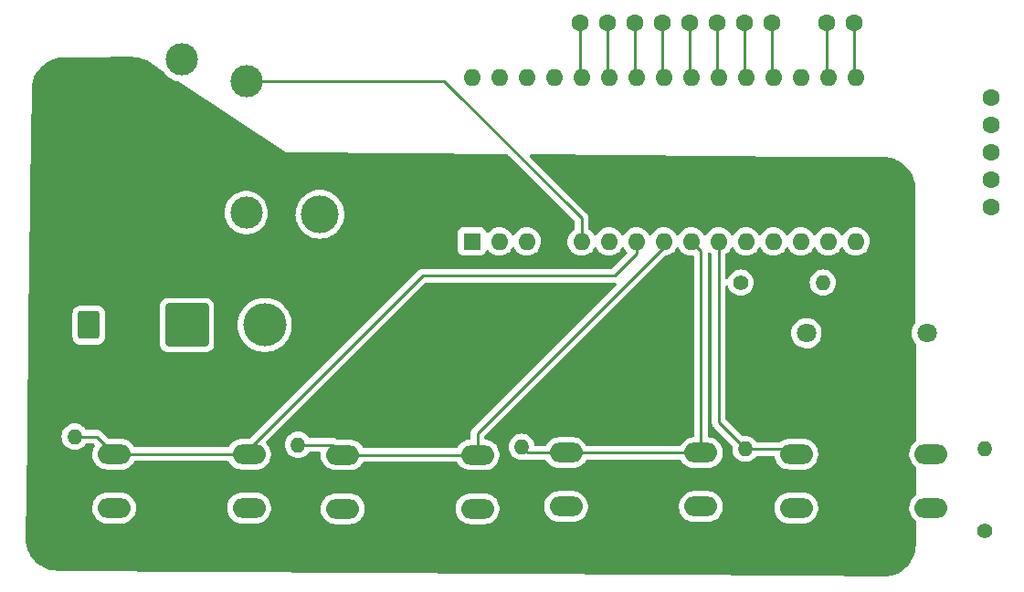
<source format=gbr>
%TF.GenerationSoftware,KiCad,Pcbnew,(6.0.7)*%
%TF.CreationDate,2023-08-25T11:33:14-04:00*%
%TF.ProjectId,Timer V4,54696d65-7220-4563-942e-6b696361645f,rev?*%
%TF.SameCoordinates,Original*%
%TF.FileFunction,Copper,L1,Top*%
%TF.FilePolarity,Positive*%
%FSLAX46Y46*%
G04 Gerber Fmt 4.6, Leading zero omitted, Abs format (unit mm)*
G04 Created by KiCad (PCBNEW (6.0.7)) date 2023-08-25 11:33:14*
%MOMM*%
%LPD*%
G01*
G04 APERTURE LIST*
G04 Aperture macros list*
%AMRoundRect*
0 Rectangle with rounded corners*
0 $1 Rounding radius*
0 $2 $3 $4 $5 $6 $7 $8 $9 X,Y pos of 4 corners*
0 Add a 4 corners polygon primitive as box body*
4,1,4,$2,$3,$4,$5,$6,$7,$8,$9,$2,$3,0*
0 Add four circle primitives for the rounded corners*
1,1,$1+$1,$2,$3*
1,1,$1+$1,$4,$5*
1,1,$1+$1,$6,$7*
1,1,$1+$1,$8,$9*
0 Add four rect primitives between the rounded corners*
20,1,$1+$1,$2,$3,$4,$5,0*
20,1,$1+$1,$4,$5,$6,$7,0*
20,1,$1+$1,$6,$7,$8,$9,0*
20,1,$1+$1,$8,$9,$2,$3,0*%
G04 Aperture macros list end*
%TA.AperFunction,ComponentPad*%
%ADD10C,3.500000*%
%TD*%
%TA.AperFunction,ComponentPad*%
%ADD11C,1.600000*%
%TD*%
%TA.AperFunction,ComponentPad*%
%ADD12RoundRect,0.250000X0.750000X1.050000X-0.750000X1.050000X-0.750000X-1.050000X0.750000X-1.050000X0*%
%TD*%
%TA.AperFunction,ComponentPad*%
%ADD13O,2.000000X2.600000*%
%TD*%
%TA.AperFunction,ComponentPad*%
%ADD14O,3.048000X1.850000*%
%TD*%
%TA.AperFunction,ComponentPad*%
%ADD15C,1.400000*%
%TD*%
%TA.AperFunction,ComponentPad*%
%ADD16O,1.400000X1.400000*%
%TD*%
%TA.AperFunction,ComponentPad*%
%ADD17C,4.000000*%
%TD*%
%TA.AperFunction,ComponentPad*%
%ADD18RoundRect,0.250000X-1.750000X-1.750000X1.750000X-1.750000X1.750000X1.750000X-1.750000X1.750000X0*%
%TD*%
%TA.AperFunction,ComponentPad*%
%ADD19C,3.000000*%
%TD*%
%TA.AperFunction,ComponentPad*%
%ADD20R,1.800000X1.800000*%
%TD*%
%TA.AperFunction,ComponentPad*%
%ADD21C,1.800000*%
%TD*%
%TA.AperFunction,ComponentPad*%
%ADD22R,1.600000X1.600000*%
%TD*%
%TA.AperFunction,ComponentPad*%
%ADD23O,1.600000X1.600000*%
%TD*%
%TA.AperFunction,Conductor*%
%ADD24C,0.250000*%
%TD*%
G04 APERTURE END LIST*
D10*
%TO.P,GND,*%
%TO.N,*%
X135255000Y-71755000D03*
%TD*%
D11*
%TO.P,D10,*%
%TO.N,unconnected-(A1-Pad13)*%
X197485000Y-66040000D03*
%TD*%
%TO.P,D9,*%
%TO.N,unconnected-(A1-Pad12)*%
X197485000Y-63500000D03*
%TD*%
%TO.P,D11,*%
%TO.N,unconnected-(A1-Pad14)*%
X197485000Y-68580000D03*
%TD*%
%TO.P,D12,*%
%TO.N,unconnected-(A1-Pad15)*%
X197485000Y-71120000D03*
%TD*%
%TO.P,D8,*%
%TO.N,unconnected-(A1-Pad11)*%
X197485000Y-60960000D03*
%TD*%
%TO.P,3.3V,*%
%TO.N,unconnected-(A1-Pad17)*%
X182245000Y-53975000D03*
%TD*%
%TO.P,A4,*%
%TO.N,unconnected-(A1-Pad23)*%
X167005000Y-53975000D03*
%TD*%
%TO.P,A5,*%
%TO.N,unconnected-(A1-Pad24)*%
X164465000Y-53975000D03*
%TD*%
%TO.P,D13,*%
%TO.N,unconnected-(A1-Pad16)*%
X184785000Y-53975000D03*
%TD*%
%TO.P,A3,*%
%TO.N,unconnected-(A1-Pad22)*%
X169545000Y-53975000D03*
%TD*%
%TO.P,A2,*%
%TO.N,unconnected-(A1-Pad21)*%
X172085000Y-53975000D03*
%TD*%
%TO.P,A7,*%
%TO.N,unconnected-(A1-Pad26)*%
X159385000Y-53975000D03*
%TD*%
%TO.P,A6,*%
%TO.N,unconnected-(A1-Pad25)*%
X161925000Y-53975000D03*
%TD*%
%TO.P,A0,*%
%TO.N,unconnected-(A1-Pad19)*%
X177165000Y-53975000D03*
%TD*%
%TO.P,A1,*%
%TO.N,unconnected-(A1-Pad20)*%
X174625000Y-53975000D03*
%TD*%
D12*
%TO.P,V1,1,+*%
%TO.N,Net-(A1-Pad30)*%
X113836000Y-82042000D03*
D13*
%TO.P,V1,2,-*%
%TO.N,/GND*%
X110336000Y-82042000D03*
%TD*%
D14*
%TO.P,SW4,1,1*%
%TO.N,Net-(A1-Pad10)*%
X191914000Y-94020000D03*
X179414000Y-94020000D03*
%TO.P,SW4,2,2*%
%TO.N,Net-(A1-Pad27)*%
X191914000Y-99020000D03*
X179414000Y-99020000D03*
%TD*%
%TO.P,SW3,2,2*%
%TO.N,Net-(A1-Pad27)*%
X158058485Y-98893000D03*
X170558485Y-98893000D03*
%TO.P,SW3,1,1*%
%TO.N,Net-(A1-Pad9)*%
X158058485Y-93893000D03*
X170558485Y-93893000D03*
%TD*%
%TO.P,SW2,1,1*%
%TO.N,Net-(A1-Pad27)*%
X137359891Y-99083500D03*
X149859891Y-99083500D03*
%TO.P,SW2,2,2*%
%TO.N,Net-(A1-Pad8)*%
X137359891Y-94083500D03*
X149859891Y-94083500D03*
%TD*%
%TO.P,SW1,1,1*%
%TO.N,Net-(A1-Pad27)*%
X116188000Y-99020000D03*
X128688000Y-99020000D03*
%TO.P,SW1,2,2*%
%TO.N,Net-(A1-Pad7)*%
X116188000Y-94020000D03*
X128688000Y-94020000D03*
%TD*%
D15*
%TO.P,R6,1*%
%TO.N,Net-(A1-Pad27)*%
X196850000Y-101155500D03*
D16*
%TO.P,R6,2*%
%TO.N,Net-(D2-Pad2)*%
X196850000Y-93535500D03*
%TD*%
%TO.P,R5,2*%
%TO.N,Net-(D1-Pad2)*%
X181864000Y-78105000D03*
D15*
%TO.P,R5,1*%
%TO.N,Net-(A1-Pad6)*%
X174244000Y-78105000D03*
%TD*%
%TO.P,R4,1*%
%TO.N,/GND*%
X174677782Y-101155500D03*
D16*
%TO.P,R4,2*%
%TO.N,Net-(A1-Pad10)*%
X174677782Y-93535500D03*
%TD*%
D15*
%TO.P,R3,1*%
%TO.N,/GND*%
X153959188Y-100965000D03*
D16*
%TO.P,R3,2*%
%TO.N,Net-(A1-Pad9)*%
X153959188Y-93345000D03*
%TD*%
D15*
%TO.P,R2,1*%
%TO.N,/GND*%
X133240594Y-100774500D03*
D16*
%TO.P,R2,2*%
%TO.N,Net-(A1-Pad8)*%
X133240594Y-93154500D03*
%TD*%
D15*
%TO.P,R1,1*%
%TO.N,/GND*%
X112522000Y-100012500D03*
D16*
%TO.P,R1,2*%
%TO.N,Net-(A1-Pad7)*%
X112522000Y-92392500D03*
%TD*%
D17*
%TO.P,LS1,2,2*%
%TO.N,Net-(A1-Pad30)*%
X130136000Y-82042000D03*
D18*
%TO.P,LS1,1,1*%
%TO.N,Net-(LS1-Pad1)*%
X122936000Y-82042000D03*
%TD*%
D19*
%TO.P,Relay,11*%
%TO.N,Net-(LS1-Pad1)*%
X122428000Y-57404000D03*
%TO.P,Relay,12*%
%TO.N,unconnected-(Relay1-Pad12)*%
X128428000Y-71604000D03*
%TO.P,Relay,14*%
%TO.N,/GND*%
X116428000Y-71604000D03*
%TO.P,Relay,A1*%
X116428000Y-59404000D03*
%TO.P,Relay,A2*%
%TO.N,Net-(A1-Pad5)*%
X128428000Y-59404000D03*
%TD*%
D20*
%TO.P,D2,1,K*%
%TO.N,/GND*%
X188971000Y-82804000D03*
D21*
%TO.P,D2,2,A*%
%TO.N,Net-(D2-Pad2)*%
X191511000Y-82804000D03*
%TD*%
D20*
%TO.P,D1,1,K*%
%TO.N,/GND*%
X182885000Y-82804000D03*
D21*
%TO.P,D1,2,A*%
%TO.N,Net-(D1-Pad2)*%
X180345000Y-82804000D03*
%TD*%
D22*
%TO.P,A1,1,D1/TX*%
%TO.N,unconnected-(A1-Pad1)*%
X149352000Y-74285000D03*
D23*
%TO.P,A1,2,D0/RX*%
%TO.N,unconnected-(A1-Pad2)*%
X151892000Y-74285000D03*
%TO.P,A1,3,~{RESET}*%
%TO.N,unconnected-(A1-Pad3)*%
X154432000Y-74285000D03*
%TO.P,A1,4,GND*%
%TO.N,/GND*%
X156972000Y-74285000D03*
%TO.P,A1,5,D2*%
%TO.N,Net-(A1-Pad5)*%
X159512000Y-74285000D03*
%TO.P,A1,6,D3*%
%TO.N,Net-(A1-Pad6)*%
X162052000Y-74285000D03*
%TO.P,A1,7,D4*%
%TO.N,Net-(A1-Pad7)*%
X164592000Y-74285000D03*
%TO.P,A1,8,D5*%
%TO.N,Net-(A1-Pad8)*%
X167132000Y-74285000D03*
%TO.P,A1,9,D6*%
%TO.N,Net-(A1-Pad9)*%
X169672000Y-74285000D03*
%TO.P,A1,10,D7*%
%TO.N,Net-(A1-Pad10)*%
X172212000Y-74285000D03*
%TO.P,A1,11,D8*%
%TO.N,unconnected-(A1-Pad11)*%
X174752000Y-74285000D03*
%TO.P,A1,12,D9*%
%TO.N,unconnected-(A1-Pad12)*%
X177292000Y-74285000D03*
%TO.P,A1,13,D10*%
%TO.N,unconnected-(A1-Pad13)*%
X179832000Y-74285000D03*
%TO.P,A1,14,D11*%
%TO.N,unconnected-(A1-Pad14)*%
X182372000Y-74285000D03*
%TO.P,A1,15,D12*%
%TO.N,unconnected-(A1-Pad15)*%
X184912000Y-74285000D03*
%TO.P,A1,16,D13*%
%TO.N,unconnected-(A1-Pad16)*%
X184912000Y-59045000D03*
%TO.P,A1,17,3V3*%
%TO.N,unconnected-(A1-Pad17)*%
X182372000Y-59045000D03*
%TO.P,A1,18,AREF*%
%TO.N,unconnected-(A1-Pad18)*%
X179832000Y-59045000D03*
%TO.P,A1,19,A0*%
%TO.N,unconnected-(A1-Pad19)*%
X177292000Y-59045000D03*
%TO.P,A1,20,A1*%
%TO.N,unconnected-(A1-Pad20)*%
X174752000Y-59045000D03*
%TO.P,A1,21,A2*%
%TO.N,unconnected-(A1-Pad21)*%
X172212000Y-59045000D03*
%TO.P,A1,22,A3*%
%TO.N,unconnected-(A1-Pad22)*%
X169672000Y-59045000D03*
%TO.P,A1,23,A4*%
%TO.N,unconnected-(A1-Pad23)*%
X167132000Y-59045000D03*
%TO.P,A1,24,A5*%
%TO.N,unconnected-(A1-Pad24)*%
X164592000Y-59045000D03*
%TO.P,A1,25,A6*%
%TO.N,unconnected-(A1-Pad25)*%
X162052000Y-59045000D03*
%TO.P,A1,26,A7*%
%TO.N,unconnected-(A1-Pad26)*%
X159512000Y-59045000D03*
%TO.P,A1,27,+5V*%
%TO.N,Net-(A1-Pad27)*%
X156972000Y-59045000D03*
%TO.P,A1,28,~{RESET}*%
%TO.N,unconnected-(A1-Pad28)*%
X154432000Y-59045000D03*
%TO.P,A1,29,GND*%
%TO.N,unconnected-(A1-Pad29)*%
X151892000Y-59045000D03*
%TO.P,A1,30,VIN*%
%TO.N,Net-(A1-Pad30)*%
X149352000Y-59045000D03*
%TD*%
D24*
%TO.N,unconnected-(A1-Pad16)*%
X184785000Y-53975000D02*
X184785000Y-58918000D01*
X184785000Y-58918000D02*
X184912000Y-59045000D01*
%TO.N,unconnected-(A1-Pad17)*%
X182245000Y-58918000D02*
X182372000Y-59045000D01*
X182245000Y-53975000D02*
X182245000Y-58918000D01*
%TO.N,unconnected-(A1-Pad19)*%
X177165000Y-58918000D02*
X177292000Y-59045000D01*
X177165000Y-53975000D02*
X177165000Y-58918000D01*
%TO.N,unconnected-(A1-Pad20)*%
X174625000Y-58918000D02*
X174752000Y-59045000D01*
X174625000Y-53975000D02*
X174625000Y-58918000D01*
%TO.N,unconnected-(A1-Pad21)*%
X172085000Y-58918000D02*
X172212000Y-59045000D01*
X172085000Y-53975000D02*
X172085000Y-58918000D01*
%TO.N,unconnected-(A1-Pad22)*%
X169545000Y-58918000D02*
X169672000Y-59045000D01*
X169545000Y-53975000D02*
X169545000Y-58918000D01*
%TO.N,unconnected-(A1-Pad23)*%
X167005000Y-53975000D02*
X167005000Y-58918000D01*
X167005000Y-58918000D02*
X167132000Y-59045000D01*
%TO.N,unconnected-(A1-Pad24)*%
X164465000Y-58918000D02*
X164592000Y-59045000D01*
X164465000Y-53975000D02*
X164465000Y-58918000D01*
%TO.N,unconnected-(A1-Pad25)*%
X161925000Y-58918000D02*
X162052000Y-59045000D01*
X161925000Y-53975000D02*
X161925000Y-58918000D01*
%TO.N,unconnected-(A1-Pad26)*%
X159385000Y-58918000D02*
X159512000Y-59045000D01*
X159385000Y-53975000D02*
X159385000Y-58918000D01*
%TO.N,Net-(A1-Pad5)*%
X159512000Y-74285000D02*
X159512000Y-72126000D01*
%TO.N,Net-(A1-Pad7)*%
X164592000Y-75438000D02*
X164592000Y-74285000D01*
X162560000Y-77470000D02*
X164592000Y-75438000D01*
X144780000Y-77470000D02*
X162560000Y-77470000D01*
X128688000Y-94020000D02*
X128688000Y-93562000D01*
X128688000Y-93562000D02*
X144780000Y-77470000D01*
%TO.N,Net-(A1-Pad8)*%
X149859891Y-92075109D02*
X167132000Y-74803000D01*
X149859891Y-94083500D02*
X149859891Y-92075109D01*
%TO.N,Net-(A1-Pad9)*%
X170558485Y-75171485D02*
X169672000Y-74285000D01*
X170558485Y-93893000D02*
X170558485Y-75171485D01*
%TO.N,Net-(A1-Pad10)*%
X172212000Y-91069718D02*
X172212000Y-74285000D01*
X174677782Y-93535500D02*
X172212000Y-91069718D01*
%TO.N,Net-(A1-Pad7)*%
X116188000Y-94020000D02*
X128688000Y-94020000D01*
X114560500Y-92392500D02*
X116188000Y-94020000D01*
X112522000Y-92392500D02*
X114560500Y-92392500D01*
%TO.N,Net-(A1-Pad10)*%
X178929500Y-93535500D02*
X179414000Y-94020000D01*
X174677782Y-93535500D02*
X178929500Y-93535500D01*
%TO.N,Net-(A1-Pad8)*%
X137359891Y-94083500D02*
X149859891Y-94083500D01*
X136430891Y-93154500D02*
X137359891Y-94083500D01*
X133240594Y-93154500D02*
X136430891Y-93154500D01*
%TO.N,Net-(A1-Pad5)*%
X146790000Y-59404000D02*
X159512000Y-72126000D01*
X128428000Y-59404000D02*
X146790000Y-59404000D01*
%TO.N,Net-(A1-Pad9)*%
X154507188Y-93893000D02*
X153959188Y-93345000D01*
X158058485Y-93893000D02*
X154507188Y-93893000D01*
X170558485Y-93893000D02*
X158058485Y-93893000D01*
%TD*%
%TA.AperFunction,Conductor*%
%TO.N,/GND*%
G36*
X117832222Y-57154784D02*
G01*
X118176092Y-57173475D01*
X118190930Y-57175168D01*
X118526486Y-57233772D01*
X118541015Y-57237207D01*
X118639210Y-57266671D01*
X118867272Y-57335101D01*
X118881298Y-57340233D01*
X119193692Y-57476047D01*
X119207012Y-57482803D01*
X119504390Y-57656524D01*
X119510670Y-57660447D01*
X120701991Y-58454661D01*
X120735936Y-58488129D01*
X120847841Y-58650950D01*
X120850274Y-58654490D01*
X120853161Y-58657663D01*
X120853162Y-58657664D01*
X121021201Y-58842337D01*
X121034582Y-58857043D01*
X121037877Y-58859798D01*
X121037878Y-58859799D01*
X121086071Y-58900094D01*
X121244675Y-59032707D01*
X121248316Y-59034991D01*
X121473024Y-59175951D01*
X121473028Y-59175953D01*
X121476664Y-59178234D01*
X121601460Y-59234582D01*
X121722345Y-59289164D01*
X121722349Y-59289166D01*
X121726257Y-59290930D01*
X121730377Y-59292150D01*
X121730376Y-59292150D01*
X121984723Y-59367491D01*
X121984727Y-59367492D01*
X121988836Y-59368709D01*
X121993070Y-59369357D01*
X121993075Y-59369358D01*
X122070556Y-59381214D01*
X122121388Y-59400926D01*
X132080000Y-66040000D01*
X132977937Y-66046683D01*
X132977943Y-66046683D01*
X152631794Y-66192954D01*
X152699764Y-66213463D01*
X152719951Y-66229856D01*
X158841595Y-72351500D01*
X158875621Y-72413812D01*
X158878500Y-72440595D01*
X158878500Y-73065606D01*
X158858498Y-73133727D01*
X158824771Y-73168819D01*
X158672211Y-73275643D01*
X158672208Y-73275645D01*
X158667700Y-73278802D01*
X158505802Y-73440700D01*
X158374477Y-73628251D01*
X158372154Y-73633233D01*
X158372151Y-73633238D01*
X158333972Y-73715115D01*
X158277716Y-73835757D01*
X158276294Y-73841065D01*
X158276293Y-73841067D01*
X158233979Y-73998983D01*
X158218457Y-74056913D01*
X158198502Y-74285000D01*
X158218457Y-74513087D01*
X158277716Y-74734243D01*
X158280039Y-74739224D01*
X158280039Y-74739225D01*
X158372151Y-74936762D01*
X158372154Y-74936767D01*
X158374477Y-74941749D01*
X158505802Y-75129300D01*
X158667700Y-75291198D01*
X158672208Y-75294355D01*
X158672211Y-75294357D01*
X158750389Y-75349098D01*
X158855251Y-75422523D01*
X158860233Y-75424846D01*
X158860238Y-75424849D01*
X158931454Y-75458057D01*
X159062757Y-75519284D01*
X159068065Y-75520706D01*
X159068067Y-75520707D01*
X159278598Y-75577119D01*
X159278600Y-75577119D01*
X159283913Y-75578543D01*
X159512000Y-75598498D01*
X159740087Y-75578543D01*
X159745400Y-75577119D01*
X159745402Y-75577119D01*
X159955933Y-75520707D01*
X159955935Y-75520706D01*
X159961243Y-75519284D01*
X160092546Y-75458057D01*
X160163762Y-75424849D01*
X160163767Y-75424846D01*
X160168749Y-75422523D01*
X160273611Y-75349098D01*
X160351789Y-75294357D01*
X160351792Y-75294355D01*
X160356300Y-75291198D01*
X160518198Y-75129300D01*
X160649523Y-74941749D01*
X160651846Y-74936767D01*
X160651849Y-74936762D01*
X160667805Y-74902543D01*
X160714722Y-74849258D01*
X160782999Y-74829797D01*
X160850959Y-74850339D01*
X160896195Y-74902543D01*
X160912151Y-74936762D01*
X160912154Y-74936767D01*
X160914477Y-74941749D01*
X161045802Y-75129300D01*
X161207700Y-75291198D01*
X161212208Y-75294355D01*
X161212211Y-75294357D01*
X161290389Y-75349098D01*
X161395251Y-75422523D01*
X161400233Y-75424846D01*
X161400238Y-75424849D01*
X161471454Y-75458057D01*
X161602757Y-75519284D01*
X161608065Y-75520706D01*
X161608067Y-75520707D01*
X161818598Y-75577119D01*
X161818600Y-75577119D01*
X161823913Y-75578543D01*
X162052000Y-75598498D01*
X162280087Y-75578543D01*
X162285400Y-75577119D01*
X162285402Y-75577119D01*
X162495933Y-75520707D01*
X162495935Y-75520706D01*
X162501243Y-75519284D01*
X162632546Y-75458057D01*
X162703762Y-75424849D01*
X162703767Y-75424846D01*
X162708749Y-75422523D01*
X162813611Y-75349098D01*
X162891789Y-75294357D01*
X162891792Y-75294355D01*
X162896300Y-75291198D01*
X163058198Y-75129300D01*
X163189523Y-74941749D01*
X163191846Y-74936767D01*
X163191849Y-74936762D01*
X163207805Y-74902543D01*
X163254722Y-74849258D01*
X163322999Y-74829797D01*
X163390959Y-74850339D01*
X163436195Y-74902543D01*
X163452151Y-74936762D01*
X163452154Y-74936767D01*
X163454477Y-74941749D01*
X163585802Y-75129300D01*
X163706204Y-75249702D01*
X163740230Y-75312014D01*
X163735165Y-75382829D01*
X163706204Y-75427892D01*
X162334500Y-76799595D01*
X162272188Y-76833621D01*
X162245405Y-76836500D01*
X144858768Y-76836500D01*
X144847585Y-76835973D01*
X144840092Y-76834298D01*
X144832166Y-76834547D01*
X144832165Y-76834547D01*
X144772002Y-76836438D01*
X144768044Y-76836500D01*
X144740144Y-76836500D01*
X144736154Y-76837004D01*
X144724320Y-76837936D01*
X144680111Y-76839326D01*
X144672495Y-76841539D01*
X144672493Y-76841539D01*
X144660652Y-76844979D01*
X144641293Y-76848988D01*
X144639983Y-76849154D01*
X144621203Y-76851526D01*
X144613837Y-76854442D01*
X144613831Y-76854444D01*
X144580098Y-76867800D01*
X144568868Y-76871645D01*
X144534017Y-76881770D01*
X144526407Y-76883981D01*
X144519584Y-76888016D01*
X144508966Y-76894295D01*
X144491213Y-76902992D01*
X144483568Y-76906019D01*
X144472383Y-76910448D01*
X144465968Y-76915109D01*
X144436612Y-76936437D01*
X144426695Y-76942951D01*
X144388638Y-76965458D01*
X144374317Y-76979779D01*
X144359284Y-76992619D01*
X144342893Y-77004528D01*
X144337842Y-77010634D01*
X144314702Y-77038605D01*
X144306712Y-77047384D01*
X128804500Y-92549595D01*
X128742188Y-92583621D01*
X128715405Y-92586500D01*
X128029243Y-92586500D01*
X128026670Y-92586712D01*
X128026659Y-92586712D01*
X127859221Y-92600478D01*
X127859215Y-92600479D01*
X127854070Y-92600902D01*
X127625449Y-92658327D01*
X127409277Y-92752322D01*
X127211359Y-92880360D01*
X127207539Y-92883836D01*
X127207533Y-92883841D01*
X127040833Y-93035527D01*
X127037011Y-93039005D01*
X127033812Y-93043056D01*
X127033808Y-93043060D01*
X126928683Y-93176171D01*
X126890915Y-93223994D01*
X126888422Y-93228509D01*
X126888414Y-93228522D01*
X126837146Y-93321394D01*
X126786714Y-93371364D01*
X126726838Y-93386500D01*
X118149866Y-93386500D01*
X118081745Y-93366498D01*
X118038105Y-93318683D01*
X118004175Y-93253504D01*
X117997313Y-93244364D01*
X117865747Y-93069135D01*
X117865745Y-93069132D01*
X117862642Y-93065000D01*
X117721468Y-92930090D01*
X117695960Y-92905714D01*
X117695959Y-92905713D01*
X117692223Y-92902143D01*
X117497492Y-92769307D01*
X117492808Y-92767133D01*
X117492805Y-92767131D01*
X117288372Y-92672236D01*
X117288367Y-92672234D01*
X117283681Y-92670059D01*
X117056532Y-92607065D01*
X117019946Y-92603155D01*
X116867437Y-92586856D01*
X116867429Y-92586856D01*
X116864102Y-92586500D01*
X115702595Y-92586500D01*
X115634474Y-92566498D01*
X115613500Y-92549595D01*
X115064152Y-92000247D01*
X115056612Y-91991961D01*
X115052500Y-91985482D01*
X115038791Y-91972608D01*
X115002849Y-91938857D01*
X115000007Y-91936102D01*
X114980270Y-91916365D01*
X114977073Y-91913885D01*
X114968051Y-91906180D01*
X114941600Y-91881341D01*
X114935821Y-91875914D01*
X114928875Y-91872095D01*
X114928872Y-91872093D01*
X114918066Y-91866152D01*
X114901547Y-91855301D01*
X114901083Y-91854941D01*
X114885541Y-91842886D01*
X114878272Y-91839741D01*
X114878268Y-91839738D01*
X114844963Y-91825326D01*
X114834313Y-91820109D01*
X114795560Y-91798805D01*
X114775937Y-91793767D01*
X114757234Y-91787363D01*
X114745920Y-91782467D01*
X114745919Y-91782467D01*
X114738645Y-91779319D01*
X114730822Y-91778080D01*
X114730812Y-91778077D01*
X114694976Y-91772401D01*
X114683356Y-91769995D01*
X114648211Y-91760972D01*
X114648210Y-91760972D01*
X114640530Y-91759000D01*
X114620276Y-91759000D01*
X114600565Y-91757449D01*
X114588386Y-91755520D01*
X114580557Y-91754280D01*
X114572665Y-91755026D01*
X114536539Y-91758441D01*
X114524681Y-91759000D01*
X113619315Y-91759000D01*
X113551194Y-91738998D01*
X113516102Y-91705270D01*
X113451301Y-91612724D01*
X113301776Y-91463199D01*
X113128558Y-91341911D01*
X113123580Y-91339590D01*
X113123577Y-91339588D01*
X112941892Y-91254867D01*
X112941891Y-91254866D01*
X112936910Y-91252544D01*
X112931602Y-91251122D01*
X112931600Y-91251121D01*
X112737970Y-91199238D01*
X112737968Y-91199238D01*
X112732655Y-91197814D01*
X112522000Y-91179384D01*
X112311345Y-91197814D01*
X112306032Y-91199238D01*
X112306030Y-91199238D01*
X112112400Y-91251121D01*
X112112398Y-91251122D01*
X112107090Y-91252544D01*
X112102109Y-91254866D01*
X112102108Y-91254867D01*
X111920423Y-91339588D01*
X111920420Y-91339590D01*
X111915442Y-91341911D01*
X111742224Y-91463199D01*
X111592699Y-91612724D01*
X111471411Y-91785942D01*
X111469090Y-91790920D01*
X111469088Y-91790923D01*
X111399277Y-91940633D01*
X111382044Y-91977590D01*
X111380622Y-91982898D01*
X111380621Y-91982900D01*
X111348819Y-92101588D01*
X111327314Y-92181845D01*
X111308884Y-92392500D01*
X111327314Y-92603155D01*
X111328738Y-92608468D01*
X111328738Y-92608470D01*
X111366809Y-92750551D01*
X111382044Y-92807410D01*
X111384366Y-92812391D01*
X111384367Y-92812392D01*
X111457495Y-92969214D01*
X111471411Y-92999058D01*
X111592699Y-93172276D01*
X111742224Y-93321801D01*
X111915442Y-93443089D01*
X111920420Y-93445410D01*
X111920423Y-93445412D01*
X112102108Y-93530133D01*
X112107090Y-93532456D01*
X112112398Y-93533878D01*
X112112400Y-93533879D01*
X112306030Y-93585762D01*
X112306032Y-93585762D01*
X112311345Y-93587186D01*
X112522000Y-93605616D01*
X112732655Y-93587186D01*
X112737968Y-93585762D01*
X112737970Y-93585762D01*
X112931600Y-93533879D01*
X112931602Y-93533878D01*
X112936910Y-93532456D01*
X112941892Y-93530133D01*
X113123577Y-93445412D01*
X113123580Y-93445410D01*
X113128558Y-93443089D01*
X113301776Y-93321801D01*
X113451301Y-93172276D01*
X113516102Y-93079730D01*
X113571559Y-93035401D01*
X113619315Y-93026000D01*
X114245906Y-93026000D01*
X114314027Y-93046002D01*
X114335001Y-93062905D01*
X114361307Y-93089211D01*
X114395333Y-93151523D01*
X114390268Y-93222338D01*
X114382521Y-93239199D01*
X114312990Y-93365155D01*
X114276995Y-93430361D01*
X114275271Y-93435230D01*
X114275269Y-93435234D01*
X114214934Y-93605616D01*
X114198309Y-93652564D01*
X114197402Y-93657657D01*
X114197401Y-93657660D01*
X114173354Y-93792661D01*
X114156971Y-93884633D01*
X114154091Y-94120339D01*
X114189747Y-94353349D01*
X114262980Y-94577407D01*
X114265370Y-94581998D01*
X114351857Y-94748137D01*
X114371825Y-94786496D01*
X114374928Y-94790629D01*
X114374930Y-94790632D01*
X114510253Y-94970865D01*
X114513358Y-94975000D01*
X114683777Y-95137857D01*
X114878508Y-95270693D01*
X114883192Y-95272867D01*
X114883195Y-95272869D01*
X115087628Y-95367764D01*
X115087633Y-95367766D01*
X115092319Y-95369941D01*
X115319468Y-95432935D01*
X115324605Y-95433484D01*
X115508563Y-95453144D01*
X115508571Y-95453144D01*
X115511898Y-95453500D01*
X116846757Y-95453500D01*
X116849330Y-95453288D01*
X116849341Y-95453288D01*
X117016779Y-95439522D01*
X117016785Y-95439521D01*
X117021930Y-95439098D01*
X117250551Y-95381673D01*
X117466723Y-95287678D01*
X117664641Y-95159640D01*
X117679776Y-95145869D01*
X117835167Y-95004473D01*
X117835168Y-95004471D01*
X117838989Y-95000995D01*
X117842188Y-94996944D01*
X117842192Y-94996940D01*
X117959818Y-94848000D01*
X117985085Y-94816006D01*
X117987578Y-94811491D01*
X117987586Y-94811478D01*
X118038854Y-94718606D01*
X118089286Y-94668636D01*
X118149162Y-94653500D01*
X126726134Y-94653500D01*
X126794255Y-94673502D01*
X126837895Y-94721317D01*
X126871825Y-94786496D01*
X126874928Y-94790629D01*
X126874930Y-94790632D01*
X127010253Y-94970865D01*
X127013358Y-94975000D01*
X127183777Y-95137857D01*
X127378508Y-95270693D01*
X127383192Y-95272867D01*
X127383195Y-95272869D01*
X127587628Y-95367764D01*
X127587633Y-95367766D01*
X127592319Y-95369941D01*
X127819468Y-95432935D01*
X127824605Y-95433484D01*
X128008563Y-95453144D01*
X128008571Y-95453144D01*
X128011898Y-95453500D01*
X129346757Y-95453500D01*
X129349330Y-95453288D01*
X129349341Y-95453288D01*
X129516779Y-95439522D01*
X129516785Y-95439521D01*
X129521930Y-95439098D01*
X129750551Y-95381673D01*
X129966723Y-95287678D01*
X130164641Y-95159640D01*
X130179776Y-95145869D01*
X130335167Y-95004473D01*
X130335168Y-95004471D01*
X130338989Y-95000995D01*
X130342188Y-94996944D01*
X130342192Y-94996940D01*
X130481883Y-94820061D01*
X130481885Y-94820057D01*
X130485085Y-94816006D01*
X130502301Y-94784820D01*
X130561453Y-94677665D01*
X130599005Y-94609639D01*
X130607345Y-94586089D01*
X130675965Y-94392311D01*
X130675966Y-94392307D01*
X130677691Y-94387436D01*
X130678599Y-94382340D01*
X130718123Y-94160456D01*
X130718124Y-94160450D01*
X130719029Y-94155367D01*
X130721464Y-93956063D01*
X130721846Y-93924830D01*
X130721846Y-93924828D01*
X130721909Y-93919661D01*
X130686253Y-93686651D01*
X130613020Y-93462593D01*
X130504175Y-93253504D01*
X130497313Y-93244364D01*
X130365747Y-93069135D01*
X130365745Y-93069132D01*
X130362642Y-93065000D01*
X130342762Y-93046002D01*
X130311760Y-93016375D01*
X130276330Y-92954850D01*
X130279788Y-92883938D01*
X130309717Y-92836187D01*
X145005499Y-78140405D01*
X145067811Y-78106379D01*
X145094594Y-78103500D01*
X162481233Y-78103500D01*
X162492416Y-78104027D01*
X162499909Y-78105702D01*
X162507835Y-78105453D01*
X162507836Y-78105453D01*
X162567986Y-78103562D01*
X162571945Y-78103500D01*
X162599856Y-78103500D01*
X162603791Y-78103003D01*
X162603856Y-78102995D01*
X162615691Y-78102063D01*
X162629378Y-78101632D01*
X162698093Y-78119484D01*
X162746248Y-78171652D01*
X162758555Y-78241574D01*
X162731106Y-78307050D01*
X162722433Y-78316663D01*
X150283972Y-90755123D01*
X149467638Y-91571457D01*
X149459352Y-91578997D01*
X149452873Y-91583109D01*
X149447448Y-91588886D01*
X149406248Y-91632760D01*
X149403493Y-91635602D01*
X149383756Y-91655339D01*
X149381276Y-91658536D01*
X149373573Y-91667556D01*
X149343305Y-91699788D01*
X149339486Y-91706734D01*
X149339484Y-91706737D01*
X149333543Y-91717543D01*
X149322692Y-91734062D01*
X149310277Y-91750068D01*
X149307132Y-91757337D01*
X149307129Y-91757341D01*
X149292717Y-91790646D01*
X149287500Y-91801296D01*
X149266196Y-91840049D01*
X149264225Y-91847724D01*
X149264225Y-91847725D01*
X149261158Y-91859671D01*
X149254754Y-91878375D01*
X149253471Y-91881341D01*
X149246710Y-91896964D01*
X149245471Y-91904787D01*
X149245468Y-91904797D01*
X149239792Y-91940633D01*
X149237386Y-91952253D01*
X149232160Y-91972608D01*
X149226391Y-91995079D01*
X149226391Y-92015333D01*
X149224840Y-92035043D01*
X149221671Y-92055052D01*
X149222417Y-92062944D01*
X149225832Y-92099070D01*
X149226391Y-92110928D01*
X149226391Y-92531858D01*
X149206389Y-92599979D01*
X149152733Y-92646472D01*
X149110716Y-92657434D01*
X149099852Y-92658327D01*
X149031112Y-92663978D01*
X149031106Y-92663979D01*
X149025961Y-92664402D01*
X148797340Y-92721827D01*
X148581168Y-92815822D01*
X148383250Y-92943860D01*
X148379427Y-92947339D01*
X148379424Y-92947341D01*
X148214958Y-93096994D01*
X148208902Y-93102505D01*
X148205703Y-93106556D01*
X148205699Y-93106560D01*
X148116158Y-93219939D01*
X148062806Y-93287494D01*
X148060313Y-93292009D01*
X148060305Y-93292022D01*
X148009037Y-93384894D01*
X147958605Y-93434864D01*
X147898729Y-93450000D01*
X139321757Y-93450000D01*
X139253636Y-93429998D01*
X139209996Y-93382183D01*
X139176066Y-93317004D01*
X139153910Y-93287494D01*
X139037638Y-93132635D01*
X139037636Y-93132632D01*
X139034533Y-93128500D01*
X138864114Y-92965643D01*
X138669383Y-92832807D01*
X138664699Y-92830633D01*
X138664696Y-92830631D01*
X138460263Y-92735736D01*
X138460258Y-92735734D01*
X138455572Y-92733559D01*
X138228423Y-92670565D01*
X138210757Y-92668677D01*
X138039328Y-92650356D01*
X138039320Y-92650356D01*
X138035993Y-92650000D01*
X136860549Y-92650000D01*
X136799845Y-92634413D01*
X136788457Y-92628152D01*
X136771938Y-92617301D01*
X136762646Y-92610094D01*
X136755932Y-92604886D01*
X136748663Y-92601741D01*
X136748659Y-92601738D01*
X136715354Y-92587326D01*
X136704704Y-92582109D01*
X136665951Y-92560805D01*
X136646328Y-92555767D01*
X136627625Y-92549363D01*
X136616311Y-92544467D01*
X136616310Y-92544467D01*
X136609036Y-92541319D01*
X136601213Y-92540080D01*
X136601203Y-92540077D01*
X136565367Y-92534401D01*
X136553747Y-92531995D01*
X136518602Y-92522972D01*
X136518601Y-92522972D01*
X136510921Y-92521000D01*
X136490667Y-92521000D01*
X136470956Y-92519449D01*
X136458777Y-92517520D01*
X136450948Y-92516280D01*
X136443056Y-92517026D01*
X136406930Y-92520441D01*
X136395072Y-92521000D01*
X134337909Y-92521000D01*
X134269788Y-92500998D01*
X134234696Y-92467270D01*
X134196374Y-92412540D01*
X134169895Y-92374724D01*
X134020370Y-92225199D01*
X133847152Y-92103911D01*
X133842174Y-92101590D01*
X133842171Y-92101588D01*
X133660486Y-92016867D01*
X133660485Y-92016866D01*
X133655504Y-92014544D01*
X133650196Y-92013122D01*
X133650194Y-92013121D01*
X133456564Y-91961238D01*
X133456562Y-91961238D01*
X133451249Y-91959814D01*
X133240594Y-91941384D01*
X133029939Y-91959814D01*
X133024626Y-91961238D01*
X133024624Y-91961238D01*
X132830994Y-92013121D01*
X132830992Y-92013122D01*
X132825684Y-92014544D01*
X132820703Y-92016866D01*
X132820702Y-92016867D01*
X132639017Y-92101588D01*
X132639014Y-92101590D01*
X132634036Y-92103911D01*
X132460818Y-92225199D01*
X132311293Y-92374724D01*
X132190005Y-92547942D01*
X132187684Y-92552920D01*
X132187682Y-92552923D01*
X132104095Y-92732177D01*
X132100638Y-92739590D01*
X132099216Y-92744898D01*
X132099215Y-92744900D01*
X132048431Y-92934428D01*
X132045908Y-92943845D01*
X132027478Y-93154500D01*
X132045908Y-93365155D01*
X132047332Y-93370468D01*
X132047332Y-93370470D01*
X132098377Y-93560970D01*
X132100638Y-93569410D01*
X132102960Y-93574391D01*
X132102961Y-93574392D01*
X132186994Y-93754600D01*
X132190005Y-93761058D01*
X132311293Y-93934276D01*
X132460818Y-94083801D01*
X132634036Y-94205089D01*
X132639014Y-94207410D01*
X132639017Y-94207412D01*
X132782461Y-94274301D01*
X132825684Y-94294456D01*
X132830992Y-94295878D01*
X132830994Y-94295879D01*
X133024624Y-94347762D01*
X133024626Y-94347762D01*
X133029939Y-94349186D01*
X133240594Y-94367616D01*
X133451249Y-94349186D01*
X133456562Y-94347762D01*
X133456564Y-94347762D01*
X133650194Y-94295879D01*
X133650196Y-94295878D01*
X133655504Y-94294456D01*
X133698727Y-94274301D01*
X133842171Y-94207412D01*
X133842174Y-94207410D01*
X133847152Y-94205089D01*
X134020370Y-94083801D01*
X134169895Y-93934276D01*
X134234696Y-93841730D01*
X134290153Y-93797401D01*
X134337909Y-93788000D01*
X135206959Y-93788000D01*
X135275080Y-93808002D01*
X135321573Y-93861658D01*
X135331007Y-93936093D01*
X135328862Y-93948133D01*
X135328434Y-93983161D01*
X135326493Y-94142058D01*
X135325982Y-94183839D01*
X135361638Y-94416849D01*
X135434871Y-94640907D01*
X135543716Y-94849996D01*
X135546819Y-94854129D01*
X135546821Y-94854132D01*
X135680849Y-95032640D01*
X135685249Y-95038500D01*
X135688987Y-95042072D01*
X135810157Y-95157865D01*
X135855668Y-95201357D01*
X136050399Y-95334193D01*
X136055083Y-95336367D01*
X136055086Y-95336369D01*
X136259519Y-95431264D01*
X136259524Y-95431266D01*
X136264210Y-95433441D01*
X136491359Y-95496435D01*
X136496496Y-95496984D01*
X136680454Y-95516644D01*
X136680462Y-95516644D01*
X136683789Y-95517000D01*
X138018648Y-95517000D01*
X138021221Y-95516788D01*
X138021232Y-95516788D01*
X138188670Y-95503022D01*
X138188676Y-95503021D01*
X138193821Y-95502598D01*
X138422442Y-95445173D01*
X138638614Y-95351178D01*
X138836532Y-95223140D01*
X138860472Y-95201357D01*
X139007058Y-95067973D01*
X139007059Y-95067971D01*
X139010880Y-95064495D01*
X139014079Y-95060444D01*
X139014083Y-95060440D01*
X139128033Y-94916155D01*
X139156976Y-94879506D01*
X139159469Y-94874991D01*
X139159477Y-94874978D01*
X139210745Y-94782106D01*
X139261177Y-94732136D01*
X139321053Y-94717000D01*
X147898025Y-94717000D01*
X147966146Y-94737002D01*
X148009786Y-94784817D01*
X148043716Y-94849996D01*
X148046819Y-94854129D01*
X148046821Y-94854132D01*
X148180849Y-95032640D01*
X148185249Y-95038500D01*
X148188987Y-95042072D01*
X148310157Y-95157865D01*
X148355668Y-95201357D01*
X148550399Y-95334193D01*
X148555083Y-95336367D01*
X148555086Y-95336369D01*
X148759519Y-95431264D01*
X148759524Y-95431266D01*
X148764210Y-95433441D01*
X148991359Y-95496435D01*
X148996496Y-95496984D01*
X149180454Y-95516644D01*
X149180462Y-95516644D01*
X149183789Y-95517000D01*
X150518648Y-95517000D01*
X150521221Y-95516788D01*
X150521232Y-95516788D01*
X150688670Y-95503022D01*
X150688676Y-95503021D01*
X150693821Y-95502598D01*
X150922442Y-95445173D01*
X151138614Y-95351178D01*
X151336532Y-95223140D01*
X151360472Y-95201357D01*
X151507058Y-95067973D01*
X151507059Y-95067971D01*
X151510880Y-95064495D01*
X151514079Y-95060444D01*
X151514083Y-95060440D01*
X151653774Y-94883561D01*
X151653776Y-94883557D01*
X151656976Y-94879506D01*
X151770896Y-94673139D01*
X151775728Y-94659496D01*
X151847856Y-94455811D01*
X151847857Y-94455807D01*
X151849582Y-94450936D01*
X151850490Y-94445840D01*
X151890014Y-94223956D01*
X151890015Y-94223950D01*
X151890920Y-94218867D01*
X151892618Y-94079906D01*
X151893737Y-93988330D01*
X151893737Y-93988328D01*
X151893800Y-93983161D01*
X151858144Y-93750151D01*
X151784911Y-93526093D01*
X151683353Y-93331002D01*
X151678455Y-93321593D01*
X151678454Y-93321592D01*
X151676066Y-93317004D01*
X151653910Y-93287494D01*
X151537638Y-93132635D01*
X151537636Y-93132632D01*
X151534533Y-93128500D01*
X151364114Y-92965643D01*
X151169383Y-92832807D01*
X151164699Y-92830633D01*
X151164696Y-92830631D01*
X150960263Y-92735736D01*
X150960258Y-92735734D01*
X150955572Y-92733559D01*
X150728423Y-92670565D01*
X150606002Y-92657482D01*
X150540392Y-92630354D01*
X150499864Y-92572062D01*
X150493391Y-92532195D01*
X150493391Y-92389703D01*
X150513393Y-92321582D01*
X150530296Y-92300608D01*
X158869175Y-83961730D01*
X167209605Y-75621300D01*
X167271917Y-75587274D01*
X167287716Y-75584874D01*
X167360087Y-75578543D01*
X167540396Y-75530229D01*
X167575933Y-75520707D01*
X167575935Y-75520706D01*
X167581243Y-75519284D01*
X167712546Y-75458057D01*
X167783762Y-75424849D01*
X167783767Y-75424846D01*
X167788749Y-75422523D01*
X167893611Y-75349098D01*
X167971789Y-75294357D01*
X167971792Y-75294355D01*
X167976300Y-75291198D01*
X168138198Y-75129300D01*
X168269523Y-74941749D01*
X168271846Y-74936767D01*
X168271849Y-74936762D01*
X168287805Y-74902543D01*
X168334722Y-74849258D01*
X168402999Y-74829797D01*
X168470959Y-74850339D01*
X168516195Y-74902543D01*
X168532151Y-74936762D01*
X168532154Y-74936767D01*
X168534477Y-74941749D01*
X168665802Y-75129300D01*
X168827700Y-75291198D01*
X168832208Y-75294355D01*
X168832211Y-75294357D01*
X168910389Y-75349098D01*
X169015251Y-75422523D01*
X169020233Y-75424846D01*
X169020238Y-75424849D01*
X169091454Y-75458057D01*
X169222757Y-75519284D01*
X169228065Y-75520706D01*
X169228067Y-75520707D01*
X169438598Y-75577119D01*
X169438600Y-75577119D01*
X169443913Y-75578543D01*
X169672000Y-75598498D01*
X169788003Y-75588349D01*
X169857608Y-75602338D01*
X169908601Y-75651738D01*
X169924985Y-75713870D01*
X169924985Y-92341358D01*
X169904983Y-92409479D01*
X169851327Y-92455972D01*
X169809310Y-92466934D01*
X169793688Y-92468218D01*
X169729706Y-92473478D01*
X169729700Y-92473479D01*
X169724555Y-92473902D01*
X169495934Y-92531327D01*
X169279762Y-92625322D01*
X169081844Y-92753360D01*
X169078021Y-92756839D01*
X169078018Y-92756841D01*
X168911318Y-92908527D01*
X168907496Y-92912005D01*
X168904297Y-92916056D01*
X168904293Y-92916060D01*
X168825069Y-93016375D01*
X168761400Y-93096994D01*
X168758907Y-93101509D01*
X168758899Y-93101522D01*
X168707631Y-93194394D01*
X168657199Y-93244364D01*
X168597323Y-93259500D01*
X160020351Y-93259500D01*
X159952230Y-93239498D01*
X159908590Y-93191683D01*
X159874660Y-93126504D01*
X159852504Y-93096994D01*
X159736232Y-92942135D01*
X159736230Y-92942132D01*
X159733127Y-92938000D01*
X159637198Y-92846328D01*
X159566445Y-92778714D01*
X159566444Y-92778713D01*
X159562708Y-92775143D01*
X159367977Y-92642307D01*
X159363293Y-92640133D01*
X159363290Y-92640131D01*
X159158857Y-92545236D01*
X159158852Y-92545234D01*
X159154166Y-92543059D01*
X158927017Y-92480065D01*
X158921880Y-92479516D01*
X158737922Y-92459856D01*
X158737914Y-92459856D01*
X158734587Y-92459500D01*
X157399728Y-92459500D01*
X157397155Y-92459712D01*
X157397144Y-92459712D01*
X157229706Y-92473478D01*
X157229700Y-92473479D01*
X157224555Y-92473902D01*
X156995934Y-92531327D01*
X156779762Y-92625322D01*
X156581844Y-92753360D01*
X156578021Y-92756839D01*
X156578018Y-92756841D01*
X156411318Y-92908527D01*
X156407496Y-92912005D01*
X156404297Y-92916056D01*
X156404293Y-92916060D01*
X156325069Y-93016375D01*
X156261400Y-93096994D01*
X156258907Y-93101509D01*
X156258899Y-93101522D01*
X156207631Y-93194394D01*
X156157199Y-93244364D01*
X156097323Y-93259500D01*
X155280282Y-93259500D01*
X155212161Y-93239498D01*
X155165668Y-93185842D01*
X155154762Y-93144483D01*
X155154355Y-93139836D01*
X155154353Y-93139825D01*
X155153874Y-93134345D01*
X155146429Y-93106560D01*
X155100567Y-92935400D01*
X155100566Y-92935398D01*
X155099144Y-92930090D01*
X155086112Y-92902143D01*
X155012100Y-92743423D01*
X155012098Y-92743420D01*
X155009777Y-92738442D01*
X154888489Y-92565224D01*
X154738964Y-92415699D01*
X154565746Y-92294411D01*
X154560768Y-92292090D01*
X154560765Y-92292088D01*
X154379080Y-92207367D01*
X154379079Y-92207366D01*
X154374098Y-92205044D01*
X154368790Y-92203622D01*
X154368788Y-92203621D01*
X154175158Y-92151738D01*
X154175156Y-92151738D01*
X154169843Y-92150314D01*
X153959188Y-92131884D01*
X153748533Y-92150314D01*
X153743220Y-92151738D01*
X153743218Y-92151738D01*
X153549588Y-92203621D01*
X153549586Y-92203622D01*
X153544278Y-92205044D01*
X153539297Y-92207366D01*
X153539296Y-92207367D01*
X153357611Y-92292088D01*
X153357608Y-92292090D01*
X153352630Y-92294411D01*
X153179412Y-92415699D01*
X153029887Y-92565224D01*
X152908599Y-92738442D01*
X152906278Y-92743420D01*
X152906276Y-92743423D01*
X152832264Y-92902143D01*
X152819232Y-92930090D01*
X152817810Y-92935398D01*
X152817809Y-92935400D01*
X152771947Y-93106560D01*
X152764502Y-93134345D01*
X152746072Y-93345000D01*
X152764502Y-93555655D01*
X152765926Y-93560968D01*
X152765926Y-93560970D01*
X152816971Y-93751470D01*
X152819232Y-93759910D01*
X152821554Y-93764891D01*
X152821555Y-93764892D01*
X152905588Y-93945100D01*
X152908599Y-93951558D01*
X153029887Y-94124776D01*
X153179412Y-94274301D01*
X153352630Y-94395589D01*
X153357608Y-94397910D01*
X153357611Y-94397912D01*
X153501055Y-94464801D01*
X153544278Y-94484956D01*
X153549586Y-94486378D01*
X153549588Y-94486379D01*
X153743218Y-94538262D01*
X153743220Y-94538262D01*
X153748533Y-94539686D01*
X153959188Y-94558116D01*
X154169843Y-94539686D01*
X154189228Y-94534492D01*
X154281705Y-94509713D01*
X154334027Y-94506971D01*
X154372710Y-94513098D01*
X154384332Y-94515505D01*
X154419477Y-94524528D01*
X154427158Y-94526500D01*
X154447412Y-94526500D01*
X154467122Y-94528051D01*
X154487131Y-94531220D01*
X154495023Y-94530474D01*
X154531149Y-94527059D01*
X154543007Y-94526500D01*
X156096619Y-94526500D01*
X156164740Y-94546502D01*
X156208380Y-94594317D01*
X156242310Y-94659496D01*
X156245413Y-94663629D01*
X156245415Y-94663632D01*
X156380738Y-94843865D01*
X156383843Y-94848000D01*
X156387581Y-94851572D01*
X156547582Y-95004473D01*
X156554262Y-95010857D01*
X156748993Y-95143693D01*
X156753677Y-95145867D01*
X156753680Y-95145869D01*
X156958113Y-95240764D01*
X156958118Y-95240766D01*
X156962804Y-95242941D01*
X157189953Y-95305935D01*
X157195090Y-95306484D01*
X157379048Y-95326144D01*
X157379056Y-95326144D01*
X157382383Y-95326500D01*
X158717242Y-95326500D01*
X158719815Y-95326288D01*
X158719826Y-95326288D01*
X158887264Y-95312522D01*
X158887270Y-95312521D01*
X158892415Y-95312098D01*
X159121036Y-95254673D01*
X159337208Y-95160678D01*
X159535126Y-95032640D01*
X159559066Y-95010857D01*
X159705652Y-94877473D01*
X159705653Y-94877471D01*
X159709474Y-94873995D01*
X159712673Y-94869944D01*
X159712677Y-94869940D01*
X159833462Y-94717000D01*
X159855570Y-94689006D01*
X159858063Y-94684491D01*
X159858071Y-94684478D01*
X159909339Y-94591606D01*
X159959771Y-94541636D01*
X160019647Y-94526500D01*
X168596619Y-94526500D01*
X168664740Y-94546502D01*
X168708380Y-94594317D01*
X168742310Y-94659496D01*
X168745413Y-94663629D01*
X168745415Y-94663632D01*
X168880738Y-94843865D01*
X168883843Y-94848000D01*
X168887581Y-94851572D01*
X169047582Y-95004473D01*
X169054262Y-95010857D01*
X169248993Y-95143693D01*
X169253677Y-95145867D01*
X169253680Y-95145869D01*
X169458113Y-95240764D01*
X169458118Y-95240766D01*
X169462804Y-95242941D01*
X169689953Y-95305935D01*
X169695090Y-95306484D01*
X169879048Y-95326144D01*
X169879056Y-95326144D01*
X169882383Y-95326500D01*
X171217242Y-95326500D01*
X171219815Y-95326288D01*
X171219826Y-95326288D01*
X171387264Y-95312522D01*
X171387270Y-95312521D01*
X171392415Y-95312098D01*
X171621036Y-95254673D01*
X171837208Y-95160678D01*
X172035126Y-95032640D01*
X172059066Y-95010857D01*
X172205652Y-94877473D01*
X172205653Y-94877471D01*
X172209474Y-94873995D01*
X172212673Y-94869944D01*
X172212677Y-94869940D01*
X172352368Y-94693061D01*
X172352370Y-94693057D01*
X172355570Y-94689006D01*
X172362265Y-94676879D01*
X172409337Y-94591606D01*
X172469490Y-94482639D01*
X172478991Y-94455811D01*
X172546450Y-94265311D01*
X172546451Y-94265307D01*
X172548176Y-94260436D01*
X172554674Y-94223956D01*
X172588608Y-94033456D01*
X172588609Y-94033450D01*
X172589514Y-94028367D01*
X172591551Y-93861658D01*
X172592331Y-93797830D01*
X172592331Y-93797828D01*
X172592394Y-93792661D01*
X172556738Y-93559651D01*
X172483505Y-93335593D01*
X172408589Y-93191680D01*
X172377049Y-93131093D01*
X172377048Y-93131092D01*
X172374660Y-93126504D01*
X172352504Y-93096994D01*
X172236232Y-92942135D01*
X172236230Y-92942132D01*
X172233127Y-92938000D01*
X172137198Y-92846328D01*
X172066445Y-92778714D01*
X172066444Y-92778713D01*
X172062708Y-92775143D01*
X171867977Y-92642307D01*
X171863293Y-92640133D01*
X171863290Y-92640131D01*
X171658857Y-92545236D01*
X171658852Y-92545234D01*
X171654166Y-92543059D01*
X171427017Y-92480065D01*
X171304596Y-92466982D01*
X171238986Y-92439854D01*
X171198458Y-92381562D01*
X171191985Y-92341695D01*
X171191985Y-75410205D01*
X171211987Y-75342084D01*
X171265643Y-75295591D01*
X171335917Y-75285487D01*
X171390256Y-75306992D01*
X171524771Y-75401181D01*
X171569099Y-75456638D01*
X171578500Y-75504394D01*
X171578500Y-90990951D01*
X171577973Y-91002134D01*
X171576298Y-91009627D01*
X171576547Y-91017553D01*
X171576547Y-91017554D01*
X171578438Y-91077704D01*
X171578500Y-91081663D01*
X171578500Y-91109574D01*
X171578997Y-91113508D01*
X171578997Y-91113509D01*
X171579005Y-91113574D01*
X171579938Y-91125411D01*
X171581327Y-91169607D01*
X171584307Y-91179863D01*
X171586978Y-91189057D01*
X171590987Y-91208418D01*
X171593526Y-91228515D01*
X171596445Y-91235886D01*
X171596445Y-91235888D01*
X171609804Y-91269630D01*
X171613649Y-91280860D01*
X171625982Y-91323311D01*
X171630015Y-91330130D01*
X171630017Y-91330135D01*
X171636293Y-91340746D01*
X171644988Y-91358494D01*
X171652448Y-91377335D01*
X171657110Y-91383751D01*
X171657110Y-91383752D01*
X171678436Y-91413105D01*
X171684952Y-91423025D01*
X171707458Y-91461080D01*
X171721779Y-91475401D01*
X171734619Y-91490434D01*
X171746528Y-91506825D01*
X171752634Y-91511876D01*
X171780605Y-91535016D01*
X171789384Y-91543006D01*
X173450339Y-93203961D01*
X173484365Y-93266273D01*
X173485330Y-93314937D01*
X173484520Y-93319529D01*
X173483096Y-93324845D01*
X173464666Y-93535500D01*
X173483096Y-93746155D01*
X173484520Y-93751468D01*
X173484520Y-93751470D01*
X173534547Y-93938171D01*
X173537826Y-93950410D01*
X173540148Y-93955391D01*
X173540149Y-93955392D01*
X173620951Y-94128671D01*
X173627193Y-94142058D01*
X173748481Y-94315276D01*
X173898006Y-94464801D01*
X174071224Y-94586089D01*
X174076202Y-94588410D01*
X174076205Y-94588412D01*
X174237515Y-94663632D01*
X174262872Y-94675456D01*
X174268180Y-94676878D01*
X174268182Y-94676879D01*
X174461812Y-94728762D01*
X174461814Y-94728762D01*
X174467127Y-94730186D01*
X174677782Y-94748616D01*
X174888437Y-94730186D01*
X174893750Y-94728762D01*
X174893752Y-94728762D01*
X175087382Y-94676879D01*
X175087384Y-94676878D01*
X175092692Y-94675456D01*
X175118049Y-94663632D01*
X175279359Y-94588412D01*
X175279362Y-94588410D01*
X175284340Y-94586089D01*
X175457558Y-94464801D01*
X175607083Y-94315276D01*
X175671884Y-94222730D01*
X175727341Y-94178401D01*
X175775097Y-94169000D01*
X177279352Y-94169000D01*
X177347473Y-94189002D01*
X177393966Y-94242658D01*
X177403901Y-94275939D01*
X177415747Y-94353349D01*
X177488980Y-94577407D01*
X177491370Y-94581998D01*
X177577857Y-94748137D01*
X177597825Y-94786496D01*
X177600928Y-94790629D01*
X177600930Y-94790632D01*
X177736253Y-94970865D01*
X177739358Y-94975000D01*
X177909777Y-95137857D01*
X178104508Y-95270693D01*
X178109192Y-95272867D01*
X178109195Y-95272869D01*
X178313628Y-95367764D01*
X178313633Y-95367766D01*
X178318319Y-95369941D01*
X178545468Y-95432935D01*
X178550605Y-95433484D01*
X178734563Y-95453144D01*
X178734571Y-95453144D01*
X178737898Y-95453500D01*
X180072757Y-95453500D01*
X180075330Y-95453288D01*
X180075341Y-95453288D01*
X180242779Y-95439522D01*
X180242785Y-95439521D01*
X180247930Y-95439098D01*
X180476551Y-95381673D01*
X180692723Y-95287678D01*
X180890641Y-95159640D01*
X180905776Y-95145869D01*
X181061167Y-95004473D01*
X181061168Y-95004471D01*
X181064989Y-95000995D01*
X181068188Y-94996944D01*
X181068192Y-94996940D01*
X181207883Y-94820061D01*
X181207885Y-94820057D01*
X181211085Y-94816006D01*
X181228301Y-94784820D01*
X181287453Y-94677665D01*
X181325005Y-94609639D01*
X181333345Y-94586089D01*
X181401965Y-94392311D01*
X181401966Y-94392307D01*
X181403691Y-94387436D01*
X181404599Y-94382340D01*
X181444123Y-94160456D01*
X181444124Y-94160450D01*
X181445029Y-94155367D01*
X181447464Y-93956063D01*
X181447846Y-93924830D01*
X181447846Y-93924828D01*
X181447909Y-93919661D01*
X181412253Y-93686651D01*
X181339020Y-93462593D01*
X181230175Y-93253504D01*
X181223313Y-93244364D01*
X181091747Y-93069135D01*
X181091745Y-93069132D01*
X181088642Y-93065000D01*
X180947468Y-92930090D01*
X180921960Y-92905714D01*
X180921959Y-92905713D01*
X180918223Y-92902143D01*
X180723492Y-92769307D01*
X180718808Y-92767133D01*
X180718805Y-92767131D01*
X180514372Y-92672236D01*
X180514367Y-92672234D01*
X180509681Y-92670059D01*
X180282532Y-92607065D01*
X180245946Y-92603155D01*
X180093437Y-92586856D01*
X180093429Y-92586856D01*
X180090102Y-92586500D01*
X178755243Y-92586500D01*
X178752670Y-92586712D01*
X178752659Y-92586712D01*
X178585221Y-92600478D01*
X178585215Y-92600479D01*
X178580070Y-92600902D01*
X178351449Y-92658327D01*
X178135277Y-92752322D01*
X177937359Y-92880360D01*
X177936336Y-92878779D01*
X177877779Y-92901543D01*
X177867060Y-92902000D01*
X175775097Y-92902000D01*
X175706976Y-92881998D01*
X175671884Y-92848270D01*
X175659533Y-92830631D01*
X175607083Y-92755724D01*
X175457558Y-92606199D01*
X175284340Y-92484911D01*
X175279362Y-92482590D01*
X175279359Y-92482588D01*
X175097674Y-92397867D01*
X175097673Y-92397866D01*
X175092692Y-92395544D01*
X175087384Y-92394122D01*
X175087382Y-92394121D01*
X174893752Y-92342238D01*
X174893750Y-92342238D01*
X174888437Y-92340814D01*
X174677782Y-92322384D01*
X174672307Y-92322863D01*
X174472598Y-92340335D01*
X174472594Y-92340336D01*
X174467127Y-92340814D01*
X174461821Y-92342236D01*
X174457221Y-92343047D01*
X174386661Y-92335179D01*
X174346244Y-92308057D01*
X172882405Y-90844218D01*
X172848379Y-90781906D01*
X172845500Y-90755123D01*
X172845500Y-82769469D01*
X178932095Y-82769469D01*
X178932392Y-82774622D01*
X178932392Y-82774625D01*
X178938067Y-82873041D01*
X178945427Y-83000697D01*
X178946564Y-83005743D01*
X178946565Y-83005749D01*
X178976625Y-83139134D01*
X178996346Y-83226642D01*
X178998288Y-83231424D01*
X178998289Y-83231428D01*
X179075744Y-83422176D01*
X179083484Y-83441237D01*
X179204501Y-83638719D01*
X179356147Y-83813784D01*
X179534349Y-83961730D01*
X179734322Y-84078584D01*
X179950694Y-84161209D01*
X179955760Y-84162240D01*
X179955761Y-84162240D01*
X180008846Y-84173040D01*
X180177656Y-84207385D01*
X180308324Y-84212176D01*
X180403949Y-84215683D01*
X180403953Y-84215683D01*
X180409113Y-84215872D01*
X180414233Y-84215216D01*
X180414235Y-84215216D01*
X180487270Y-84205860D01*
X180638847Y-84186442D01*
X180643795Y-84184957D01*
X180643802Y-84184956D01*
X180855747Y-84121369D01*
X180860690Y-84119886D01*
X180868733Y-84115946D01*
X181064049Y-84020262D01*
X181064052Y-84020260D01*
X181068684Y-84017991D01*
X181257243Y-83883494D01*
X181421303Y-83720005D01*
X181556458Y-83531917D01*
X181603641Y-83436450D01*
X181656784Y-83328922D01*
X181656785Y-83328920D01*
X181659078Y-83324280D01*
X181726408Y-83102671D01*
X181756640Y-82873041D01*
X181758327Y-82804000D01*
X181747380Y-82670848D01*
X181739773Y-82578318D01*
X181739772Y-82578312D01*
X181739349Y-82573167D01*
X181682925Y-82348533D01*
X181680866Y-82343797D01*
X181592630Y-82140868D01*
X181592628Y-82140865D01*
X181590570Y-82136131D01*
X181464764Y-81941665D01*
X181308887Y-81770358D01*
X181304836Y-81767159D01*
X181304832Y-81767155D01*
X181131177Y-81630011D01*
X181131172Y-81630008D01*
X181127123Y-81626810D01*
X181122607Y-81624317D01*
X181122604Y-81624315D01*
X180928879Y-81517373D01*
X180928875Y-81517371D01*
X180924355Y-81514876D01*
X180919486Y-81513152D01*
X180919482Y-81513150D01*
X180710903Y-81439288D01*
X180710899Y-81439287D01*
X180706028Y-81437562D01*
X180700935Y-81436655D01*
X180700932Y-81436654D01*
X180483095Y-81397851D01*
X180483089Y-81397850D01*
X180478006Y-81396945D01*
X180405096Y-81396054D01*
X180251581Y-81394179D01*
X180251579Y-81394179D01*
X180246411Y-81394116D01*
X180017464Y-81429150D01*
X179797314Y-81501106D01*
X179792726Y-81503494D01*
X179792722Y-81503496D01*
X179766065Y-81517373D01*
X179591872Y-81608052D01*
X179587739Y-81611155D01*
X179587736Y-81611157D01*
X179410790Y-81744012D01*
X179406655Y-81747117D01*
X179246639Y-81914564D01*
X179243725Y-81918836D01*
X179243724Y-81918837D01*
X179228152Y-81941665D01*
X179116119Y-82105899D01*
X179018602Y-82315981D01*
X178956707Y-82539169D01*
X178932095Y-82769469D01*
X172845500Y-82769469D01*
X172845500Y-78512077D01*
X172865502Y-78443956D01*
X172919158Y-78397463D01*
X172989432Y-78387359D01*
X173054012Y-78416853D01*
X173093207Y-78479466D01*
X173104044Y-78519910D01*
X173193411Y-78711558D01*
X173314699Y-78884776D01*
X173464224Y-79034301D01*
X173637442Y-79155589D01*
X173642420Y-79157910D01*
X173642423Y-79157912D01*
X173824108Y-79242633D01*
X173829090Y-79244956D01*
X173834398Y-79246378D01*
X173834400Y-79246379D01*
X174028030Y-79298262D01*
X174028032Y-79298262D01*
X174033345Y-79299686D01*
X174244000Y-79318116D01*
X174454655Y-79299686D01*
X174459968Y-79298262D01*
X174459970Y-79298262D01*
X174653600Y-79246379D01*
X174653602Y-79246378D01*
X174658910Y-79244956D01*
X174663892Y-79242633D01*
X174845577Y-79157912D01*
X174845580Y-79157910D01*
X174850558Y-79155589D01*
X175023776Y-79034301D01*
X175173301Y-78884776D01*
X175294589Y-78711558D01*
X175383956Y-78519910D01*
X175438686Y-78315655D01*
X175457116Y-78105000D01*
X180650884Y-78105000D01*
X180669314Y-78315655D01*
X180724044Y-78519910D01*
X180813411Y-78711558D01*
X180934699Y-78884776D01*
X181084224Y-79034301D01*
X181257442Y-79155589D01*
X181262420Y-79157910D01*
X181262423Y-79157912D01*
X181444108Y-79242633D01*
X181449090Y-79244956D01*
X181454398Y-79246378D01*
X181454400Y-79246379D01*
X181648030Y-79298262D01*
X181648032Y-79298262D01*
X181653345Y-79299686D01*
X181864000Y-79318116D01*
X182074655Y-79299686D01*
X182079968Y-79298262D01*
X182079970Y-79298262D01*
X182273600Y-79246379D01*
X182273602Y-79246378D01*
X182278910Y-79244956D01*
X182283892Y-79242633D01*
X182465577Y-79157912D01*
X182465580Y-79157910D01*
X182470558Y-79155589D01*
X182643776Y-79034301D01*
X182793301Y-78884776D01*
X182914589Y-78711558D01*
X183003956Y-78519910D01*
X183058686Y-78315655D01*
X183077116Y-78105000D01*
X183058686Y-77894345D01*
X183003956Y-77690090D01*
X182914589Y-77498442D01*
X182793301Y-77325224D01*
X182643776Y-77175699D01*
X182470558Y-77054411D01*
X182465580Y-77052090D01*
X182465577Y-77052088D01*
X182283892Y-76967367D01*
X182283891Y-76967366D01*
X182278910Y-76965044D01*
X182273602Y-76963622D01*
X182273600Y-76963621D01*
X182079970Y-76911738D01*
X182079968Y-76911738D01*
X182074655Y-76910314D01*
X181864000Y-76891884D01*
X181653345Y-76910314D01*
X181648032Y-76911738D01*
X181648030Y-76911738D01*
X181454400Y-76963621D01*
X181454398Y-76963622D01*
X181449090Y-76965044D01*
X181444109Y-76967366D01*
X181444108Y-76967367D01*
X181262423Y-77052088D01*
X181262420Y-77052090D01*
X181257442Y-77054411D01*
X181084224Y-77175699D01*
X180934699Y-77325224D01*
X180813411Y-77498442D01*
X180724044Y-77690090D01*
X180669314Y-77894345D01*
X180650884Y-78105000D01*
X175457116Y-78105000D01*
X175438686Y-77894345D01*
X175383956Y-77690090D01*
X175294589Y-77498442D01*
X175173301Y-77325224D01*
X175023776Y-77175699D01*
X174850558Y-77054411D01*
X174845580Y-77052090D01*
X174845577Y-77052088D01*
X174663892Y-76967367D01*
X174663891Y-76967366D01*
X174658910Y-76965044D01*
X174653602Y-76963622D01*
X174653600Y-76963621D01*
X174459970Y-76911738D01*
X174459968Y-76911738D01*
X174454655Y-76910314D01*
X174244000Y-76891884D01*
X174033345Y-76910314D01*
X174028032Y-76911738D01*
X174028030Y-76911738D01*
X173834400Y-76963621D01*
X173834398Y-76963622D01*
X173829090Y-76965044D01*
X173824109Y-76967366D01*
X173824108Y-76967367D01*
X173642423Y-77052088D01*
X173642420Y-77052090D01*
X173637442Y-77054411D01*
X173464224Y-77175699D01*
X173314699Y-77325224D01*
X173193411Y-77498442D01*
X173104044Y-77690090D01*
X173102622Y-77695398D01*
X173102621Y-77695400D01*
X173093207Y-77730534D01*
X173056255Y-77791157D01*
X172992394Y-77822178D01*
X172921900Y-77813750D01*
X172867153Y-77768547D01*
X172845500Y-77697923D01*
X172845500Y-75504394D01*
X172865502Y-75436273D01*
X172899229Y-75401181D01*
X173051789Y-75294357D01*
X173051792Y-75294355D01*
X173056300Y-75291198D01*
X173218198Y-75129300D01*
X173349523Y-74941749D01*
X173351846Y-74936767D01*
X173351849Y-74936762D01*
X173367805Y-74902543D01*
X173414722Y-74849258D01*
X173482999Y-74829797D01*
X173550959Y-74850339D01*
X173596195Y-74902543D01*
X173612151Y-74936762D01*
X173612154Y-74936767D01*
X173614477Y-74941749D01*
X173745802Y-75129300D01*
X173907700Y-75291198D01*
X173912208Y-75294355D01*
X173912211Y-75294357D01*
X173990389Y-75349098D01*
X174095251Y-75422523D01*
X174100233Y-75424846D01*
X174100238Y-75424849D01*
X174171454Y-75458057D01*
X174302757Y-75519284D01*
X174308065Y-75520706D01*
X174308067Y-75520707D01*
X174518598Y-75577119D01*
X174518600Y-75577119D01*
X174523913Y-75578543D01*
X174752000Y-75598498D01*
X174980087Y-75578543D01*
X174985400Y-75577119D01*
X174985402Y-75577119D01*
X175195933Y-75520707D01*
X175195935Y-75520706D01*
X175201243Y-75519284D01*
X175332546Y-75458057D01*
X175403762Y-75424849D01*
X175403767Y-75424846D01*
X175408749Y-75422523D01*
X175513611Y-75349098D01*
X175591789Y-75294357D01*
X175591792Y-75294355D01*
X175596300Y-75291198D01*
X175758198Y-75129300D01*
X175889523Y-74941749D01*
X175891846Y-74936767D01*
X175891849Y-74936762D01*
X175907805Y-74902543D01*
X175954722Y-74849258D01*
X176022999Y-74829797D01*
X176090959Y-74850339D01*
X176136195Y-74902543D01*
X176152151Y-74936762D01*
X176152154Y-74936767D01*
X176154477Y-74941749D01*
X176285802Y-75129300D01*
X176447700Y-75291198D01*
X176452208Y-75294355D01*
X176452211Y-75294357D01*
X176530389Y-75349098D01*
X176635251Y-75422523D01*
X176640233Y-75424846D01*
X176640238Y-75424849D01*
X176711454Y-75458057D01*
X176842757Y-75519284D01*
X176848065Y-75520706D01*
X176848067Y-75520707D01*
X177058598Y-75577119D01*
X177058600Y-75577119D01*
X177063913Y-75578543D01*
X177292000Y-75598498D01*
X177520087Y-75578543D01*
X177525400Y-75577119D01*
X177525402Y-75577119D01*
X177735933Y-75520707D01*
X177735935Y-75520706D01*
X177741243Y-75519284D01*
X177872546Y-75458057D01*
X177943762Y-75424849D01*
X177943767Y-75424846D01*
X177948749Y-75422523D01*
X178053611Y-75349098D01*
X178131789Y-75294357D01*
X178131792Y-75294355D01*
X178136300Y-75291198D01*
X178298198Y-75129300D01*
X178429523Y-74941749D01*
X178431846Y-74936767D01*
X178431849Y-74936762D01*
X178447805Y-74902543D01*
X178494722Y-74849258D01*
X178562999Y-74829797D01*
X178630959Y-74850339D01*
X178676195Y-74902543D01*
X178692151Y-74936762D01*
X178692154Y-74936767D01*
X178694477Y-74941749D01*
X178825802Y-75129300D01*
X178987700Y-75291198D01*
X178992208Y-75294355D01*
X178992211Y-75294357D01*
X179070389Y-75349098D01*
X179175251Y-75422523D01*
X179180233Y-75424846D01*
X179180238Y-75424849D01*
X179251454Y-75458057D01*
X179382757Y-75519284D01*
X179388065Y-75520706D01*
X179388067Y-75520707D01*
X179598598Y-75577119D01*
X179598600Y-75577119D01*
X179603913Y-75578543D01*
X179832000Y-75598498D01*
X180060087Y-75578543D01*
X180065400Y-75577119D01*
X180065402Y-75577119D01*
X180275933Y-75520707D01*
X180275935Y-75520706D01*
X180281243Y-75519284D01*
X180412546Y-75458057D01*
X180483762Y-75424849D01*
X180483767Y-75424846D01*
X180488749Y-75422523D01*
X180593611Y-75349098D01*
X180671789Y-75294357D01*
X180671792Y-75294355D01*
X180676300Y-75291198D01*
X180838198Y-75129300D01*
X180969523Y-74941749D01*
X180971846Y-74936767D01*
X180971849Y-74936762D01*
X180987805Y-74902543D01*
X181034722Y-74849258D01*
X181102999Y-74829797D01*
X181170959Y-74850339D01*
X181216195Y-74902543D01*
X181232151Y-74936762D01*
X181232154Y-74936767D01*
X181234477Y-74941749D01*
X181365802Y-75129300D01*
X181527700Y-75291198D01*
X181532208Y-75294355D01*
X181532211Y-75294357D01*
X181610389Y-75349098D01*
X181715251Y-75422523D01*
X181720233Y-75424846D01*
X181720238Y-75424849D01*
X181791454Y-75458057D01*
X181922757Y-75519284D01*
X181928065Y-75520706D01*
X181928067Y-75520707D01*
X182138598Y-75577119D01*
X182138600Y-75577119D01*
X182143913Y-75578543D01*
X182372000Y-75598498D01*
X182600087Y-75578543D01*
X182605400Y-75577119D01*
X182605402Y-75577119D01*
X182815933Y-75520707D01*
X182815935Y-75520706D01*
X182821243Y-75519284D01*
X182952546Y-75458057D01*
X183023762Y-75424849D01*
X183023767Y-75424846D01*
X183028749Y-75422523D01*
X183133611Y-75349098D01*
X183211789Y-75294357D01*
X183211792Y-75294355D01*
X183216300Y-75291198D01*
X183378198Y-75129300D01*
X183509523Y-74941749D01*
X183511846Y-74936767D01*
X183511849Y-74936762D01*
X183527805Y-74902543D01*
X183574722Y-74849258D01*
X183642999Y-74829797D01*
X183710959Y-74850339D01*
X183756195Y-74902543D01*
X183772151Y-74936762D01*
X183772154Y-74936767D01*
X183774477Y-74941749D01*
X183905802Y-75129300D01*
X184067700Y-75291198D01*
X184072208Y-75294355D01*
X184072211Y-75294357D01*
X184150389Y-75349098D01*
X184255251Y-75422523D01*
X184260233Y-75424846D01*
X184260238Y-75424849D01*
X184331454Y-75458057D01*
X184462757Y-75519284D01*
X184468065Y-75520706D01*
X184468067Y-75520707D01*
X184678598Y-75577119D01*
X184678600Y-75577119D01*
X184683913Y-75578543D01*
X184912000Y-75598498D01*
X185140087Y-75578543D01*
X185145400Y-75577119D01*
X185145402Y-75577119D01*
X185355933Y-75520707D01*
X185355935Y-75520706D01*
X185361243Y-75519284D01*
X185492546Y-75458057D01*
X185563762Y-75424849D01*
X185563767Y-75424846D01*
X185568749Y-75422523D01*
X185673611Y-75349098D01*
X185751789Y-75294357D01*
X185751792Y-75294355D01*
X185756300Y-75291198D01*
X185918198Y-75129300D01*
X186049523Y-74941749D01*
X186051846Y-74936767D01*
X186051849Y-74936762D01*
X186143961Y-74739225D01*
X186143961Y-74739224D01*
X186146284Y-74734243D01*
X186205543Y-74513087D01*
X186225498Y-74285000D01*
X186205543Y-74056913D01*
X186190021Y-73998983D01*
X186147707Y-73841067D01*
X186147706Y-73841065D01*
X186146284Y-73835757D01*
X186090028Y-73715115D01*
X186051849Y-73633238D01*
X186051846Y-73633233D01*
X186049523Y-73628251D01*
X185918198Y-73440700D01*
X185756300Y-73278802D01*
X185751792Y-73275645D01*
X185751789Y-73275643D01*
X185599228Y-73168819D01*
X185568749Y-73147477D01*
X185563767Y-73145154D01*
X185563762Y-73145151D01*
X185366225Y-73053039D01*
X185366224Y-73053039D01*
X185361243Y-73050716D01*
X185355935Y-73049294D01*
X185355933Y-73049293D01*
X185145402Y-72992881D01*
X185145400Y-72992881D01*
X185140087Y-72991457D01*
X184912000Y-72971502D01*
X184683913Y-72991457D01*
X184678600Y-72992881D01*
X184678598Y-72992881D01*
X184468067Y-73049293D01*
X184468065Y-73049294D01*
X184462757Y-73050716D01*
X184457776Y-73053039D01*
X184457775Y-73053039D01*
X184260238Y-73145151D01*
X184260233Y-73145154D01*
X184255251Y-73147477D01*
X184224772Y-73168819D01*
X184072211Y-73275643D01*
X184072208Y-73275645D01*
X184067700Y-73278802D01*
X183905802Y-73440700D01*
X183774477Y-73628251D01*
X183772154Y-73633233D01*
X183772151Y-73633238D01*
X183756195Y-73667457D01*
X183709278Y-73720742D01*
X183641001Y-73740203D01*
X183573041Y-73719661D01*
X183527805Y-73667457D01*
X183511849Y-73633238D01*
X183511846Y-73633233D01*
X183509523Y-73628251D01*
X183378198Y-73440700D01*
X183216300Y-73278802D01*
X183211792Y-73275645D01*
X183211789Y-73275643D01*
X183059228Y-73168819D01*
X183028749Y-73147477D01*
X183023767Y-73145154D01*
X183023762Y-73145151D01*
X182826225Y-73053039D01*
X182826224Y-73053039D01*
X182821243Y-73050716D01*
X182815935Y-73049294D01*
X182815933Y-73049293D01*
X182605402Y-72992881D01*
X182605400Y-72992881D01*
X182600087Y-72991457D01*
X182372000Y-72971502D01*
X182143913Y-72991457D01*
X182138600Y-72992881D01*
X182138598Y-72992881D01*
X181928067Y-73049293D01*
X181928065Y-73049294D01*
X181922757Y-73050716D01*
X181917776Y-73053039D01*
X181917775Y-73053039D01*
X181720238Y-73145151D01*
X181720233Y-73145154D01*
X181715251Y-73147477D01*
X181684772Y-73168819D01*
X181532211Y-73275643D01*
X181532208Y-73275645D01*
X181527700Y-73278802D01*
X181365802Y-73440700D01*
X181234477Y-73628251D01*
X181232154Y-73633233D01*
X181232151Y-73633238D01*
X181216195Y-73667457D01*
X181169278Y-73720742D01*
X181101001Y-73740203D01*
X181033041Y-73719661D01*
X180987805Y-73667457D01*
X180971849Y-73633238D01*
X180971846Y-73633233D01*
X180969523Y-73628251D01*
X180838198Y-73440700D01*
X180676300Y-73278802D01*
X180671792Y-73275645D01*
X180671789Y-73275643D01*
X180519228Y-73168819D01*
X180488749Y-73147477D01*
X180483767Y-73145154D01*
X180483762Y-73145151D01*
X180286225Y-73053039D01*
X180286224Y-73053039D01*
X180281243Y-73050716D01*
X180275935Y-73049294D01*
X180275933Y-73049293D01*
X180065402Y-72992881D01*
X180065400Y-72992881D01*
X180060087Y-72991457D01*
X179832000Y-72971502D01*
X179603913Y-72991457D01*
X179598600Y-72992881D01*
X179598598Y-72992881D01*
X179388067Y-73049293D01*
X179388065Y-73049294D01*
X179382757Y-73050716D01*
X179377776Y-73053039D01*
X179377775Y-73053039D01*
X179180238Y-73145151D01*
X179180233Y-73145154D01*
X179175251Y-73147477D01*
X179144772Y-73168819D01*
X178992211Y-73275643D01*
X178992208Y-73275645D01*
X178987700Y-73278802D01*
X178825802Y-73440700D01*
X178694477Y-73628251D01*
X178692154Y-73633233D01*
X178692151Y-73633238D01*
X178676195Y-73667457D01*
X178629278Y-73720742D01*
X178561001Y-73740203D01*
X178493041Y-73719661D01*
X178447805Y-73667457D01*
X178431849Y-73633238D01*
X178431846Y-73633233D01*
X178429523Y-73628251D01*
X178298198Y-73440700D01*
X178136300Y-73278802D01*
X178131792Y-73275645D01*
X178131789Y-73275643D01*
X177979228Y-73168819D01*
X177948749Y-73147477D01*
X177943767Y-73145154D01*
X177943762Y-73145151D01*
X177746225Y-73053039D01*
X177746224Y-73053039D01*
X177741243Y-73050716D01*
X177735935Y-73049294D01*
X177735933Y-73049293D01*
X177525402Y-72992881D01*
X177525400Y-72992881D01*
X177520087Y-72991457D01*
X177292000Y-72971502D01*
X177063913Y-72991457D01*
X177058600Y-72992881D01*
X177058598Y-72992881D01*
X176848067Y-73049293D01*
X176848065Y-73049294D01*
X176842757Y-73050716D01*
X176837776Y-73053039D01*
X176837775Y-73053039D01*
X176640238Y-73145151D01*
X176640233Y-73145154D01*
X176635251Y-73147477D01*
X176604772Y-73168819D01*
X176452211Y-73275643D01*
X176452208Y-73275645D01*
X176447700Y-73278802D01*
X176285802Y-73440700D01*
X176154477Y-73628251D01*
X176152154Y-73633233D01*
X176152151Y-73633238D01*
X176136195Y-73667457D01*
X176089278Y-73720742D01*
X176021001Y-73740203D01*
X175953041Y-73719661D01*
X175907805Y-73667457D01*
X175891849Y-73633238D01*
X175891846Y-73633233D01*
X175889523Y-73628251D01*
X175758198Y-73440700D01*
X175596300Y-73278802D01*
X175591792Y-73275645D01*
X175591789Y-73275643D01*
X175439228Y-73168819D01*
X175408749Y-73147477D01*
X175403767Y-73145154D01*
X175403762Y-73145151D01*
X175206225Y-73053039D01*
X175206224Y-73053039D01*
X175201243Y-73050716D01*
X175195935Y-73049294D01*
X175195933Y-73049293D01*
X174985402Y-72992881D01*
X174985400Y-72992881D01*
X174980087Y-72991457D01*
X174752000Y-72971502D01*
X174523913Y-72991457D01*
X174518600Y-72992881D01*
X174518598Y-72992881D01*
X174308067Y-73049293D01*
X174308065Y-73049294D01*
X174302757Y-73050716D01*
X174297776Y-73053039D01*
X174297775Y-73053039D01*
X174100238Y-73145151D01*
X174100233Y-73145154D01*
X174095251Y-73147477D01*
X174064772Y-73168819D01*
X173912211Y-73275643D01*
X173912208Y-73275645D01*
X173907700Y-73278802D01*
X173745802Y-73440700D01*
X173614477Y-73628251D01*
X173612154Y-73633233D01*
X173612151Y-73633238D01*
X173596195Y-73667457D01*
X173549278Y-73720742D01*
X173481001Y-73740203D01*
X173413041Y-73719661D01*
X173367805Y-73667457D01*
X173351849Y-73633238D01*
X173351846Y-73633233D01*
X173349523Y-73628251D01*
X173218198Y-73440700D01*
X173056300Y-73278802D01*
X173051792Y-73275645D01*
X173051789Y-73275643D01*
X172899228Y-73168819D01*
X172868749Y-73147477D01*
X172863767Y-73145154D01*
X172863762Y-73145151D01*
X172666225Y-73053039D01*
X172666224Y-73053039D01*
X172661243Y-73050716D01*
X172655935Y-73049294D01*
X172655933Y-73049293D01*
X172445402Y-72992881D01*
X172445400Y-72992881D01*
X172440087Y-72991457D01*
X172212000Y-72971502D01*
X171983913Y-72991457D01*
X171978600Y-72992881D01*
X171978598Y-72992881D01*
X171768067Y-73049293D01*
X171768065Y-73049294D01*
X171762757Y-73050716D01*
X171757776Y-73053039D01*
X171757775Y-73053039D01*
X171560238Y-73145151D01*
X171560233Y-73145154D01*
X171555251Y-73147477D01*
X171524772Y-73168819D01*
X171372211Y-73275643D01*
X171372208Y-73275645D01*
X171367700Y-73278802D01*
X171205802Y-73440700D01*
X171074477Y-73628251D01*
X171072154Y-73633233D01*
X171072151Y-73633238D01*
X171056195Y-73667457D01*
X171009278Y-73720742D01*
X170941001Y-73740203D01*
X170873041Y-73719661D01*
X170827805Y-73667457D01*
X170811849Y-73633238D01*
X170811846Y-73633233D01*
X170809523Y-73628251D01*
X170678198Y-73440700D01*
X170516300Y-73278802D01*
X170511792Y-73275645D01*
X170511789Y-73275643D01*
X170359228Y-73168819D01*
X170328749Y-73147477D01*
X170323767Y-73145154D01*
X170323762Y-73145151D01*
X170126225Y-73053039D01*
X170126224Y-73053039D01*
X170121243Y-73050716D01*
X170115935Y-73049294D01*
X170115933Y-73049293D01*
X169905402Y-72992881D01*
X169905400Y-72992881D01*
X169900087Y-72991457D01*
X169672000Y-72971502D01*
X169443913Y-72991457D01*
X169438600Y-72992881D01*
X169438598Y-72992881D01*
X169228067Y-73049293D01*
X169228065Y-73049294D01*
X169222757Y-73050716D01*
X169217776Y-73053039D01*
X169217775Y-73053039D01*
X169020238Y-73145151D01*
X169020233Y-73145154D01*
X169015251Y-73147477D01*
X168984772Y-73168819D01*
X168832211Y-73275643D01*
X168832208Y-73275645D01*
X168827700Y-73278802D01*
X168665802Y-73440700D01*
X168534477Y-73628251D01*
X168532154Y-73633233D01*
X168532151Y-73633238D01*
X168516195Y-73667457D01*
X168469278Y-73720742D01*
X168401001Y-73740203D01*
X168333041Y-73719661D01*
X168287805Y-73667457D01*
X168271849Y-73633238D01*
X168271846Y-73633233D01*
X168269523Y-73628251D01*
X168138198Y-73440700D01*
X167976300Y-73278802D01*
X167971792Y-73275645D01*
X167971789Y-73275643D01*
X167819228Y-73168819D01*
X167788749Y-73147477D01*
X167783767Y-73145154D01*
X167783762Y-73145151D01*
X167586225Y-73053039D01*
X167586224Y-73053039D01*
X167581243Y-73050716D01*
X167575935Y-73049294D01*
X167575933Y-73049293D01*
X167365402Y-72992881D01*
X167365400Y-72992881D01*
X167360087Y-72991457D01*
X167132000Y-72971502D01*
X166903913Y-72991457D01*
X166898600Y-72992881D01*
X166898598Y-72992881D01*
X166688067Y-73049293D01*
X166688065Y-73049294D01*
X166682757Y-73050716D01*
X166677776Y-73053039D01*
X166677775Y-73053039D01*
X166480238Y-73145151D01*
X166480233Y-73145154D01*
X166475251Y-73147477D01*
X166444772Y-73168819D01*
X166292211Y-73275643D01*
X166292208Y-73275645D01*
X166287700Y-73278802D01*
X166125802Y-73440700D01*
X165994477Y-73628251D01*
X165992154Y-73633233D01*
X165992151Y-73633238D01*
X165976195Y-73667457D01*
X165929278Y-73720742D01*
X165861001Y-73740203D01*
X165793041Y-73719661D01*
X165747805Y-73667457D01*
X165731849Y-73633238D01*
X165731846Y-73633233D01*
X165729523Y-73628251D01*
X165598198Y-73440700D01*
X165436300Y-73278802D01*
X165431792Y-73275645D01*
X165431789Y-73275643D01*
X165279228Y-73168819D01*
X165248749Y-73147477D01*
X165243767Y-73145154D01*
X165243762Y-73145151D01*
X165046225Y-73053039D01*
X165046224Y-73053039D01*
X165041243Y-73050716D01*
X165035935Y-73049294D01*
X165035933Y-73049293D01*
X164825402Y-72992881D01*
X164825400Y-72992881D01*
X164820087Y-72991457D01*
X164592000Y-72971502D01*
X164363913Y-72991457D01*
X164358600Y-72992881D01*
X164358598Y-72992881D01*
X164148067Y-73049293D01*
X164148065Y-73049294D01*
X164142757Y-73050716D01*
X164137776Y-73053039D01*
X164137775Y-73053039D01*
X163940238Y-73145151D01*
X163940233Y-73145154D01*
X163935251Y-73147477D01*
X163904772Y-73168819D01*
X163752211Y-73275643D01*
X163752208Y-73275645D01*
X163747700Y-73278802D01*
X163585802Y-73440700D01*
X163454477Y-73628251D01*
X163452154Y-73633233D01*
X163452151Y-73633238D01*
X163436195Y-73667457D01*
X163389278Y-73720742D01*
X163321001Y-73740203D01*
X163253041Y-73719661D01*
X163207805Y-73667457D01*
X163191849Y-73633238D01*
X163191846Y-73633233D01*
X163189523Y-73628251D01*
X163058198Y-73440700D01*
X162896300Y-73278802D01*
X162891792Y-73275645D01*
X162891789Y-73275643D01*
X162739228Y-73168819D01*
X162708749Y-73147477D01*
X162703767Y-73145154D01*
X162703762Y-73145151D01*
X162506225Y-73053039D01*
X162506224Y-73053039D01*
X162501243Y-73050716D01*
X162495935Y-73049294D01*
X162495933Y-73049293D01*
X162285402Y-72992881D01*
X162285400Y-72992881D01*
X162280087Y-72991457D01*
X162052000Y-72971502D01*
X161823913Y-72991457D01*
X161818600Y-72992881D01*
X161818598Y-72992881D01*
X161608067Y-73049293D01*
X161608065Y-73049294D01*
X161602757Y-73050716D01*
X161597776Y-73053039D01*
X161597775Y-73053039D01*
X161400238Y-73145151D01*
X161400233Y-73145154D01*
X161395251Y-73147477D01*
X161364772Y-73168819D01*
X161212211Y-73275643D01*
X161212208Y-73275645D01*
X161207700Y-73278802D01*
X161045802Y-73440700D01*
X160914477Y-73628251D01*
X160912154Y-73633233D01*
X160912151Y-73633238D01*
X160896195Y-73667457D01*
X160849278Y-73720742D01*
X160781001Y-73740203D01*
X160713041Y-73719661D01*
X160667805Y-73667457D01*
X160651849Y-73633238D01*
X160651846Y-73633233D01*
X160649523Y-73628251D01*
X160518198Y-73440700D01*
X160356300Y-73278802D01*
X160351792Y-73275645D01*
X160351789Y-73275643D01*
X160199229Y-73168819D01*
X160154901Y-73113362D01*
X160145500Y-73065606D01*
X160145500Y-72204767D01*
X160146027Y-72193584D01*
X160147702Y-72186091D01*
X160145562Y-72118000D01*
X160145500Y-72114043D01*
X160145500Y-72086144D01*
X160144996Y-72082153D01*
X160144063Y-72070311D01*
X160142923Y-72034036D01*
X160142674Y-72026111D01*
X160140462Y-72018497D01*
X160140461Y-72018492D01*
X160137023Y-72006659D01*
X160133012Y-71987295D01*
X160131467Y-71975064D01*
X160130474Y-71967203D01*
X160127557Y-71959836D01*
X160127556Y-71959831D01*
X160114198Y-71926092D01*
X160110354Y-71914865D01*
X160100230Y-71880022D01*
X160098018Y-71872407D01*
X160087707Y-71854972D01*
X160079012Y-71837224D01*
X160071552Y-71818383D01*
X160045564Y-71782613D01*
X160039048Y-71772693D01*
X160020580Y-71741465D01*
X160020578Y-71741462D01*
X160016542Y-71734638D01*
X160002221Y-71720317D01*
X159989380Y-71705283D01*
X159982131Y-71695306D01*
X159977472Y-71688893D01*
X159943395Y-71660702D01*
X159934616Y-71652712D01*
X154706057Y-66424153D01*
X154672031Y-66361841D01*
X154677096Y-66291026D01*
X154719643Y-66234190D01*
X154786163Y-66209379D01*
X154796082Y-66209061D01*
X179841387Y-66395457D01*
X187490599Y-66452385D01*
X187497625Y-66452634D01*
X187821068Y-66473118D01*
X187835024Y-66474787D01*
X188036420Y-66510367D01*
X188150734Y-66530562D01*
X188164407Y-66533773D01*
X188471942Y-66624365D01*
X188485160Y-66629075D01*
X188780686Y-66753354D01*
X188793308Y-66759511D01*
X189073167Y-66915942D01*
X189085012Y-66923459D01*
X189239388Y-67033974D01*
X189345697Y-67110080D01*
X189356651Y-67118887D01*
X189594920Y-67333374D01*
X189604811Y-67343330D01*
X189817714Y-67583028D01*
X189826447Y-67594041D01*
X190011326Y-67855959D01*
X190018778Y-67867877D01*
X190173324Y-68148740D01*
X190179403Y-68161413D01*
X190301712Y-68457757D01*
X190306341Y-68471029D01*
X190394876Y-68779135D01*
X190397999Y-68792839D01*
X190451670Y-69108911D01*
X190453246Y-69122878D01*
X190471578Y-69446456D01*
X190471780Y-69453475D01*
X190473466Y-71601519D01*
X190481463Y-81791921D01*
X190461514Y-81860058D01*
X190446558Y-81879070D01*
X190412639Y-81914564D01*
X190409725Y-81918836D01*
X190409724Y-81918837D01*
X190394152Y-81941665D01*
X190282119Y-82105899D01*
X190184602Y-82315981D01*
X190122707Y-82539169D01*
X190098095Y-82769469D01*
X190098392Y-82774622D01*
X190098392Y-82774625D01*
X190104067Y-82873041D01*
X190111427Y-83000697D01*
X190112564Y-83005743D01*
X190112565Y-83005749D01*
X190142625Y-83139134D01*
X190162346Y-83226642D01*
X190164288Y-83231424D01*
X190164289Y-83231428D01*
X190241744Y-83422176D01*
X190249484Y-83441237D01*
X190370501Y-83638719D01*
X190373882Y-83642622D01*
X190452290Y-83733139D01*
X190481772Y-83797724D01*
X190483052Y-83815537D01*
X190490086Y-92778191D01*
X190470137Y-92846328D01*
X190441168Y-92877896D01*
X190437359Y-92880360D01*
X190433544Y-92883831D01*
X190433538Y-92883836D01*
X190266833Y-93035527D01*
X190263011Y-93039005D01*
X190259812Y-93043056D01*
X190259808Y-93043060D01*
X190132736Y-93203961D01*
X190116915Y-93223994D01*
X190002995Y-93430361D01*
X190001271Y-93435230D01*
X190001269Y-93435234D01*
X189940934Y-93605616D01*
X189924309Y-93652564D01*
X189923402Y-93657657D01*
X189923401Y-93657660D01*
X189899354Y-93792661D01*
X189882971Y-93884633D01*
X189880091Y-94120339D01*
X189915747Y-94353349D01*
X189988980Y-94577407D01*
X189991370Y-94581998D01*
X190077857Y-94748137D01*
X190097825Y-94786496D01*
X190100928Y-94790629D01*
X190100930Y-94790632D01*
X190236253Y-94970865D01*
X190239358Y-94975000D01*
X190409777Y-95137857D01*
X190414067Y-95140783D01*
X190437038Y-95156453D01*
X190482041Y-95211365D01*
X190492034Y-95260443D01*
X190494008Y-97775170D01*
X190474059Y-97843307D01*
X190444889Y-97875095D01*
X190441693Y-97877556D01*
X190437359Y-97880360D01*
X190433542Y-97883833D01*
X190433537Y-97883837D01*
X190339710Y-97969214D01*
X190263011Y-98039005D01*
X190259812Y-98043056D01*
X190259808Y-98043060D01*
X190190284Y-98131093D01*
X190116915Y-98223994D01*
X190002995Y-98430361D01*
X190001271Y-98435230D01*
X190001269Y-98435234D01*
X189926035Y-98647689D01*
X189924309Y-98652564D01*
X189923402Y-98657657D01*
X189923401Y-98657660D01*
X189899354Y-98792661D01*
X189882971Y-98884633D01*
X189880091Y-99120339D01*
X189915747Y-99353349D01*
X189988980Y-99577407D01*
X190097825Y-99786496D01*
X190100928Y-99790629D01*
X190100930Y-99790632D01*
X190236253Y-99970865D01*
X190239358Y-99975000D01*
X190409777Y-100137857D01*
X190414051Y-100140772D01*
X190414054Y-100140775D01*
X190440964Y-100159132D01*
X190485967Y-100214043D01*
X190495960Y-100263121D01*
X190497624Y-102382776D01*
X190497429Y-102389876D01*
X190479235Y-102716797D01*
X190477650Y-102730902D01*
X190423377Y-103050222D01*
X190420212Y-103064065D01*
X190330359Y-103375226D01*
X190325657Y-103388626D01*
X190201358Y-103687710D01*
X190195178Y-103700495D01*
X190038013Y-103983697D01*
X190030433Y-103995705D01*
X189842409Y-104259411D01*
X189833527Y-104270490D01*
X189617019Y-104511371D01*
X189606948Y-104521379D01*
X189587666Y-104538492D01*
X189364704Y-104736372D01*
X189353569Y-104745184D01*
X189208954Y-104846930D01*
X189088683Y-104931548D01*
X189076632Y-104939049D01*
X188792453Y-105094425D01*
X188779630Y-105100525D01*
X188479763Y-105222942D01*
X188466342Y-105227558D01*
X188243676Y-105290341D01*
X188154606Y-105315455D01*
X188140743Y-105318532D01*
X187821110Y-105370791D01*
X187806989Y-105372289D01*
X187550365Y-105384952D01*
X187479942Y-105388427D01*
X187472849Y-105388577D01*
X180231273Y-105337328D01*
X125840366Y-104952406D01*
X110971621Y-104847180D01*
X110964530Y-104846930D01*
X110638082Y-104826205D01*
X110623998Y-104824511D01*
X110305443Y-104767844D01*
X110291638Y-104764577D01*
X109981475Y-104672461D01*
X109968125Y-104667663D01*
X109900997Y-104639176D01*
X109670275Y-104541264D01*
X109657567Y-104535004D01*
X109375811Y-104375924D01*
X109363870Y-104368265D01*
X109213513Y-104259411D01*
X109101782Y-104178521D01*
X109090788Y-104169576D01*
X108851694Y-103951578D01*
X108841776Y-103941456D01*
X108628700Y-103697960D01*
X108619977Y-103686779D01*
X108435618Y-103420869D01*
X108428204Y-103408774D01*
X108413833Y-103382062D01*
X108274914Y-103123843D01*
X108268908Y-103110995D01*
X108148618Y-102810639D01*
X108144093Y-102797194D01*
X108125871Y-102730909D01*
X108058324Y-102485206D01*
X108055340Y-102471338D01*
X108005188Y-102151704D01*
X108003781Y-102137589D01*
X107989721Y-101810776D01*
X107989616Y-101803680D01*
X108006777Y-100516644D01*
X108025394Y-99120339D01*
X114154091Y-99120339D01*
X114189747Y-99353349D01*
X114262980Y-99577407D01*
X114371825Y-99786496D01*
X114374928Y-99790629D01*
X114374930Y-99790632D01*
X114510253Y-99970865D01*
X114513358Y-99975000D01*
X114683777Y-100137857D01*
X114878508Y-100270693D01*
X114883192Y-100272867D01*
X114883195Y-100272869D01*
X115087628Y-100367764D01*
X115087633Y-100367766D01*
X115092319Y-100369941D01*
X115319468Y-100432935D01*
X115324605Y-100433484D01*
X115508563Y-100453144D01*
X115508571Y-100453144D01*
X115511898Y-100453500D01*
X116846757Y-100453500D01*
X116849330Y-100453288D01*
X116849341Y-100453288D01*
X117016779Y-100439522D01*
X117016785Y-100439521D01*
X117021930Y-100439098D01*
X117250551Y-100381673D01*
X117466723Y-100287678D01*
X117664641Y-100159640D01*
X117679776Y-100145869D01*
X117835167Y-100004473D01*
X117835168Y-100004471D01*
X117838989Y-100000995D01*
X117842188Y-99996944D01*
X117842192Y-99996940D01*
X117981883Y-99820061D01*
X117981885Y-99820057D01*
X117985085Y-99816006D01*
X118099005Y-99609639D01*
X118108794Y-99581998D01*
X118175965Y-99392311D01*
X118175966Y-99392307D01*
X118177691Y-99387436D01*
X118178599Y-99382340D01*
X118218123Y-99160456D01*
X118218124Y-99160450D01*
X118219029Y-99155367D01*
X118219457Y-99120339D01*
X126654091Y-99120339D01*
X126689747Y-99353349D01*
X126762980Y-99577407D01*
X126871825Y-99786496D01*
X126874928Y-99790629D01*
X126874930Y-99790632D01*
X127010253Y-99970865D01*
X127013358Y-99975000D01*
X127183777Y-100137857D01*
X127378508Y-100270693D01*
X127383192Y-100272867D01*
X127383195Y-100272869D01*
X127587628Y-100367764D01*
X127587633Y-100367766D01*
X127592319Y-100369941D01*
X127819468Y-100432935D01*
X127824605Y-100433484D01*
X128008563Y-100453144D01*
X128008571Y-100453144D01*
X128011898Y-100453500D01*
X129346757Y-100453500D01*
X129349330Y-100453288D01*
X129349341Y-100453288D01*
X129516779Y-100439522D01*
X129516785Y-100439521D01*
X129521930Y-100439098D01*
X129750551Y-100381673D01*
X129966723Y-100287678D01*
X130164641Y-100159640D01*
X130179776Y-100145869D01*
X130335167Y-100004473D01*
X130335168Y-100004471D01*
X130338989Y-100000995D01*
X130342188Y-99996944D01*
X130342192Y-99996940D01*
X130481883Y-99820061D01*
X130481885Y-99820057D01*
X130485085Y-99816006D01*
X130599005Y-99609639D01*
X130608794Y-99581998D01*
X130675965Y-99392311D01*
X130675966Y-99392307D01*
X130677691Y-99387436D01*
X130678599Y-99382340D01*
X130713958Y-99183839D01*
X135325982Y-99183839D01*
X135361638Y-99416849D01*
X135434871Y-99640907D01*
X135543716Y-99849996D01*
X135546819Y-99854129D01*
X135546821Y-99854132D01*
X135680849Y-100032640D01*
X135685249Y-100038500D01*
X135688987Y-100042072D01*
X135810157Y-100157865D01*
X135855668Y-100201357D01*
X136050399Y-100334193D01*
X136055083Y-100336367D01*
X136055086Y-100336369D01*
X136259519Y-100431264D01*
X136259524Y-100431266D01*
X136264210Y-100433441D01*
X136491359Y-100496435D01*
X136496496Y-100496984D01*
X136680454Y-100516644D01*
X136680462Y-100516644D01*
X136683789Y-100517000D01*
X138018648Y-100517000D01*
X138021221Y-100516788D01*
X138021232Y-100516788D01*
X138188670Y-100503022D01*
X138188676Y-100503021D01*
X138193821Y-100502598D01*
X138422442Y-100445173D01*
X138638614Y-100351178D01*
X138836532Y-100223140D01*
X138846530Y-100214043D01*
X139007058Y-100067973D01*
X139007059Y-100067971D01*
X139010880Y-100064495D01*
X139014079Y-100060444D01*
X139014083Y-100060440D01*
X139153774Y-99883561D01*
X139153776Y-99883557D01*
X139156976Y-99879506D01*
X139270896Y-99673139D01*
X139275728Y-99659496D01*
X139347856Y-99455811D01*
X139347857Y-99455807D01*
X139349582Y-99450936D01*
X139350490Y-99445840D01*
X139390014Y-99223956D01*
X139390015Y-99223950D01*
X139390920Y-99218867D01*
X139391348Y-99183839D01*
X147825982Y-99183839D01*
X147861638Y-99416849D01*
X147934871Y-99640907D01*
X148043716Y-99849996D01*
X148046819Y-99854129D01*
X148046821Y-99854132D01*
X148180849Y-100032640D01*
X148185249Y-100038500D01*
X148188987Y-100042072D01*
X148310157Y-100157865D01*
X148355668Y-100201357D01*
X148550399Y-100334193D01*
X148555083Y-100336367D01*
X148555086Y-100336369D01*
X148759519Y-100431264D01*
X148759524Y-100431266D01*
X148764210Y-100433441D01*
X148991359Y-100496435D01*
X148996496Y-100496984D01*
X149180454Y-100516644D01*
X149180462Y-100516644D01*
X149183789Y-100517000D01*
X150518648Y-100517000D01*
X150521221Y-100516788D01*
X150521232Y-100516788D01*
X150688670Y-100503022D01*
X150688676Y-100503021D01*
X150693821Y-100502598D01*
X150922442Y-100445173D01*
X151138614Y-100351178D01*
X151336532Y-100223140D01*
X151346530Y-100214043D01*
X151507058Y-100067973D01*
X151507059Y-100067971D01*
X151510880Y-100064495D01*
X151514079Y-100060444D01*
X151514083Y-100060440D01*
X151653774Y-99883561D01*
X151653776Y-99883557D01*
X151656976Y-99879506D01*
X151770896Y-99673139D01*
X151775728Y-99659496D01*
X151847856Y-99455811D01*
X151847857Y-99455807D01*
X151849582Y-99450936D01*
X151850490Y-99445840D01*
X151890014Y-99223956D01*
X151890015Y-99223950D01*
X151890920Y-99218867D01*
X151892187Y-99115170D01*
X151893676Y-98993339D01*
X156024576Y-98993339D01*
X156060232Y-99226349D01*
X156133465Y-99450407D01*
X156242310Y-99659496D01*
X156245413Y-99663629D01*
X156245415Y-99663632D01*
X156380738Y-99843865D01*
X156383843Y-99848000D01*
X156387581Y-99851572D01*
X156547582Y-100004473D01*
X156554262Y-100010857D01*
X156748993Y-100143693D01*
X156753677Y-100145867D01*
X156753680Y-100145869D01*
X156958113Y-100240764D01*
X156958118Y-100240766D01*
X156962804Y-100242941D01*
X157189953Y-100305935D01*
X157195090Y-100306484D01*
X157379048Y-100326144D01*
X157379056Y-100326144D01*
X157382383Y-100326500D01*
X158717242Y-100326500D01*
X158719815Y-100326288D01*
X158719826Y-100326288D01*
X158887264Y-100312522D01*
X158887270Y-100312521D01*
X158892415Y-100312098D01*
X159121036Y-100254673D01*
X159337208Y-100160678D01*
X159535126Y-100032640D01*
X159559066Y-100010857D01*
X159705652Y-99877473D01*
X159705653Y-99877471D01*
X159709474Y-99873995D01*
X159712673Y-99869944D01*
X159712677Y-99869940D01*
X159852368Y-99693061D01*
X159852370Y-99693057D01*
X159855570Y-99689006D01*
X159969490Y-99482639D01*
X159978991Y-99455811D01*
X160046450Y-99265311D01*
X160046451Y-99265307D01*
X160048176Y-99260436D01*
X160049084Y-99255340D01*
X160088608Y-99033456D01*
X160088609Y-99033450D01*
X160089514Y-99028367D01*
X160089942Y-98993339D01*
X168524576Y-98993339D01*
X168560232Y-99226349D01*
X168633465Y-99450407D01*
X168742310Y-99659496D01*
X168745413Y-99663629D01*
X168745415Y-99663632D01*
X168880738Y-99843865D01*
X168883843Y-99848000D01*
X168887581Y-99851572D01*
X169047582Y-100004473D01*
X169054262Y-100010857D01*
X169248993Y-100143693D01*
X169253677Y-100145867D01*
X169253680Y-100145869D01*
X169458113Y-100240764D01*
X169458118Y-100240766D01*
X169462804Y-100242941D01*
X169689953Y-100305935D01*
X169695090Y-100306484D01*
X169879048Y-100326144D01*
X169879056Y-100326144D01*
X169882383Y-100326500D01*
X171217242Y-100326500D01*
X171219815Y-100326288D01*
X171219826Y-100326288D01*
X171387264Y-100312522D01*
X171387270Y-100312521D01*
X171392415Y-100312098D01*
X171621036Y-100254673D01*
X171837208Y-100160678D01*
X172035126Y-100032640D01*
X172059066Y-100010857D01*
X172205652Y-99877473D01*
X172205653Y-99877471D01*
X172209474Y-99873995D01*
X172212673Y-99869944D01*
X172212677Y-99869940D01*
X172352368Y-99693061D01*
X172352370Y-99693057D01*
X172355570Y-99689006D01*
X172469490Y-99482639D01*
X172478991Y-99455811D01*
X172546450Y-99265311D01*
X172546451Y-99265307D01*
X172548176Y-99260436D01*
X172549084Y-99255340D01*
X172573132Y-99120339D01*
X177380091Y-99120339D01*
X177415747Y-99353349D01*
X177488980Y-99577407D01*
X177597825Y-99786496D01*
X177600928Y-99790629D01*
X177600930Y-99790632D01*
X177736253Y-99970865D01*
X177739358Y-99975000D01*
X177909777Y-100137857D01*
X178104508Y-100270693D01*
X178109192Y-100272867D01*
X178109195Y-100272869D01*
X178313628Y-100367764D01*
X178313633Y-100367766D01*
X178318319Y-100369941D01*
X178545468Y-100432935D01*
X178550605Y-100433484D01*
X178734563Y-100453144D01*
X178734571Y-100453144D01*
X178737898Y-100453500D01*
X180072757Y-100453500D01*
X180075330Y-100453288D01*
X180075341Y-100453288D01*
X180242779Y-100439522D01*
X180242785Y-100439521D01*
X180247930Y-100439098D01*
X180476551Y-100381673D01*
X180692723Y-100287678D01*
X180890641Y-100159640D01*
X180905776Y-100145869D01*
X181061167Y-100004473D01*
X181061168Y-100004471D01*
X181064989Y-100000995D01*
X181068188Y-99996944D01*
X181068192Y-99996940D01*
X181207883Y-99820061D01*
X181207885Y-99820057D01*
X181211085Y-99816006D01*
X181325005Y-99609639D01*
X181334794Y-99581998D01*
X181401965Y-99392311D01*
X181401966Y-99392307D01*
X181403691Y-99387436D01*
X181404599Y-99382340D01*
X181444123Y-99160456D01*
X181444124Y-99160450D01*
X181445029Y-99155367D01*
X181447909Y-98919661D01*
X181412253Y-98686651D01*
X181339020Y-98462593D01*
X181230175Y-98253504D01*
X181211415Y-98228517D01*
X181091747Y-98069135D01*
X181091745Y-98069132D01*
X181088642Y-98065000D01*
X180928543Y-97912005D01*
X180921960Y-97905714D01*
X180921959Y-97905713D01*
X180918223Y-97902143D01*
X180723492Y-97769307D01*
X180718808Y-97767133D01*
X180718805Y-97767131D01*
X180514372Y-97672236D01*
X180514367Y-97672234D01*
X180509681Y-97670059D01*
X180282532Y-97607065D01*
X180277395Y-97606516D01*
X180093437Y-97586856D01*
X180093429Y-97586856D01*
X180090102Y-97586500D01*
X178755243Y-97586500D01*
X178752670Y-97586712D01*
X178752659Y-97586712D01*
X178585221Y-97600478D01*
X178585215Y-97600479D01*
X178580070Y-97600902D01*
X178351449Y-97658327D01*
X178135277Y-97752322D01*
X177937359Y-97880360D01*
X177933538Y-97883837D01*
X177933533Y-97883841D01*
X177839710Y-97969214D01*
X177763011Y-98039005D01*
X177759812Y-98043056D01*
X177759808Y-98043060D01*
X177690284Y-98131093D01*
X177616915Y-98223994D01*
X177502995Y-98430361D01*
X177501271Y-98435230D01*
X177501269Y-98435234D01*
X177426035Y-98647689D01*
X177424309Y-98652564D01*
X177423402Y-98657657D01*
X177423401Y-98657660D01*
X177399354Y-98792661D01*
X177382971Y-98884633D01*
X177380091Y-99120339D01*
X172573132Y-99120339D01*
X172588608Y-99033456D01*
X172588609Y-99033450D01*
X172589514Y-99028367D01*
X172592394Y-98792661D01*
X172556738Y-98559651D01*
X172483505Y-98335593D01*
X172374660Y-98126504D01*
X172355900Y-98101517D01*
X172236232Y-97942135D01*
X172236230Y-97942132D01*
X172233127Y-97938000D01*
X172123050Y-97832807D01*
X172066445Y-97778714D01*
X172066444Y-97778713D01*
X172062708Y-97775143D01*
X171867977Y-97642307D01*
X171863293Y-97640133D01*
X171863290Y-97640131D01*
X171658857Y-97545236D01*
X171658852Y-97545234D01*
X171654166Y-97543059D01*
X171427017Y-97480065D01*
X171421880Y-97479516D01*
X171237922Y-97459856D01*
X171237914Y-97459856D01*
X171234587Y-97459500D01*
X169899728Y-97459500D01*
X169897155Y-97459712D01*
X169897144Y-97459712D01*
X169729706Y-97473478D01*
X169729700Y-97473479D01*
X169724555Y-97473902D01*
X169495934Y-97531327D01*
X169279762Y-97625322D01*
X169081844Y-97753360D01*
X169078021Y-97756839D01*
X169078018Y-97756841D01*
X168911318Y-97908527D01*
X168907496Y-97912005D01*
X168904297Y-97916056D01*
X168904293Y-97916060D01*
X168764602Y-98092939D01*
X168761400Y-98096994D01*
X168647480Y-98303361D01*
X168645756Y-98308230D01*
X168645754Y-98308234D01*
X168578295Y-98498734D01*
X168568794Y-98525564D01*
X168567887Y-98530657D01*
X168567886Y-98530660D01*
X168528789Y-98750151D01*
X168527456Y-98757633D01*
X168527028Y-98792661D01*
X168525191Y-98943044D01*
X168524576Y-98993339D01*
X160089942Y-98993339D01*
X160092394Y-98792661D01*
X160056738Y-98559651D01*
X159983505Y-98335593D01*
X159874660Y-98126504D01*
X159855900Y-98101517D01*
X159736232Y-97942135D01*
X159736230Y-97942132D01*
X159733127Y-97938000D01*
X159623050Y-97832807D01*
X159566445Y-97778714D01*
X159566444Y-97778713D01*
X159562708Y-97775143D01*
X159367977Y-97642307D01*
X159363293Y-97640133D01*
X159363290Y-97640131D01*
X159158857Y-97545236D01*
X159158852Y-97545234D01*
X159154166Y-97543059D01*
X158927017Y-97480065D01*
X158921880Y-97479516D01*
X158737922Y-97459856D01*
X158737914Y-97459856D01*
X158734587Y-97459500D01*
X157399728Y-97459500D01*
X157397155Y-97459712D01*
X157397144Y-97459712D01*
X157229706Y-97473478D01*
X157229700Y-97473479D01*
X157224555Y-97473902D01*
X156995934Y-97531327D01*
X156779762Y-97625322D01*
X156581844Y-97753360D01*
X156578021Y-97756839D01*
X156578018Y-97756841D01*
X156411318Y-97908527D01*
X156407496Y-97912005D01*
X156404297Y-97916056D01*
X156404293Y-97916060D01*
X156264602Y-98092939D01*
X156261400Y-98096994D01*
X156147480Y-98303361D01*
X156145756Y-98308230D01*
X156145754Y-98308234D01*
X156078295Y-98498734D01*
X156068794Y-98525564D01*
X156067887Y-98530657D01*
X156067886Y-98530660D01*
X156028789Y-98750151D01*
X156027456Y-98757633D01*
X156027028Y-98792661D01*
X156025191Y-98943044D01*
X156024576Y-98993339D01*
X151893676Y-98993339D01*
X151893737Y-98988330D01*
X151893737Y-98988328D01*
X151893800Y-98983161D01*
X151858144Y-98750151D01*
X151784911Y-98526093D01*
X151676066Y-98317004D01*
X151669482Y-98308234D01*
X151537638Y-98132635D01*
X151537636Y-98132632D01*
X151534533Y-98128500D01*
X151364114Y-97965643D01*
X151169383Y-97832807D01*
X151164699Y-97830633D01*
X151164696Y-97830631D01*
X150960263Y-97735736D01*
X150960258Y-97735734D01*
X150955572Y-97733559D01*
X150728423Y-97670565D01*
X150710757Y-97668677D01*
X150539328Y-97650356D01*
X150539320Y-97650356D01*
X150535993Y-97650000D01*
X149201134Y-97650000D01*
X149198561Y-97650212D01*
X149198550Y-97650212D01*
X149031112Y-97663978D01*
X149031106Y-97663979D01*
X149025961Y-97664402D01*
X148797340Y-97721827D01*
X148581168Y-97815822D01*
X148383250Y-97943860D01*
X148379427Y-97947339D01*
X148379424Y-97947341D01*
X148278687Y-98039005D01*
X148208902Y-98102505D01*
X148205703Y-98106556D01*
X148205699Y-98106560D01*
X148066008Y-98283439D01*
X148062806Y-98287494D01*
X147948886Y-98493861D01*
X147947162Y-98498730D01*
X147947160Y-98498734D01*
X147878805Y-98691764D01*
X147870200Y-98716064D01*
X147869293Y-98721157D01*
X147869292Y-98721160D01*
X147833013Y-98924830D01*
X147828862Y-98948133D01*
X147825982Y-99183839D01*
X139391348Y-99183839D01*
X139392187Y-99115170D01*
X139393737Y-98988330D01*
X139393737Y-98988328D01*
X139393800Y-98983161D01*
X139358144Y-98750151D01*
X139284911Y-98526093D01*
X139176066Y-98317004D01*
X139169482Y-98308234D01*
X139037638Y-98132635D01*
X139037636Y-98132632D01*
X139034533Y-98128500D01*
X138864114Y-97965643D01*
X138669383Y-97832807D01*
X138664699Y-97830633D01*
X138664696Y-97830631D01*
X138460263Y-97735736D01*
X138460258Y-97735734D01*
X138455572Y-97733559D01*
X138228423Y-97670565D01*
X138210757Y-97668677D01*
X138039328Y-97650356D01*
X138039320Y-97650356D01*
X138035993Y-97650000D01*
X136701134Y-97650000D01*
X136698561Y-97650212D01*
X136698550Y-97650212D01*
X136531112Y-97663978D01*
X136531106Y-97663979D01*
X136525961Y-97664402D01*
X136297340Y-97721827D01*
X136081168Y-97815822D01*
X135883250Y-97943860D01*
X135879427Y-97947339D01*
X135879424Y-97947341D01*
X135778687Y-98039005D01*
X135708902Y-98102505D01*
X135705703Y-98106556D01*
X135705699Y-98106560D01*
X135566008Y-98283439D01*
X135562806Y-98287494D01*
X135448886Y-98493861D01*
X135447162Y-98498730D01*
X135447160Y-98498734D01*
X135378805Y-98691764D01*
X135370200Y-98716064D01*
X135369293Y-98721157D01*
X135369292Y-98721160D01*
X135333013Y-98924830D01*
X135328862Y-98948133D01*
X135325982Y-99183839D01*
X130713958Y-99183839D01*
X130718123Y-99160456D01*
X130718124Y-99160450D01*
X130719029Y-99155367D01*
X130721909Y-98919661D01*
X130686253Y-98686651D01*
X130613020Y-98462593D01*
X130504175Y-98253504D01*
X130485415Y-98228517D01*
X130365747Y-98069135D01*
X130365745Y-98069132D01*
X130362642Y-98065000D01*
X130202543Y-97912005D01*
X130195960Y-97905714D01*
X130195959Y-97905713D01*
X130192223Y-97902143D01*
X129997492Y-97769307D01*
X129992808Y-97767133D01*
X129992805Y-97767131D01*
X129788372Y-97672236D01*
X129788367Y-97672234D01*
X129783681Y-97670059D01*
X129556532Y-97607065D01*
X129551395Y-97606516D01*
X129367437Y-97586856D01*
X129367429Y-97586856D01*
X129364102Y-97586500D01*
X128029243Y-97586500D01*
X128026670Y-97586712D01*
X128026659Y-97586712D01*
X127859221Y-97600478D01*
X127859215Y-97600479D01*
X127854070Y-97600902D01*
X127625449Y-97658327D01*
X127409277Y-97752322D01*
X127211359Y-97880360D01*
X127207538Y-97883837D01*
X127207533Y-97883841D01*
X127113710Y-97969214D01*
X127037011Y-98039005D01*
X127033812Y-98043056D01*
X127033808Y-98043060D01*
X126964284Y-98131093D01*
X126890915Y-98223994D01*
X126776995Y-98430361D01*
X126775271Y-98435230D01*
X126775269Y-98435234D01*
X126700035Y-98647689D01*
X126698309Y-98652564D01*
X126697402Y-98657657D01*
X126697401Y-98657660D01*
X126673354Y-98792661D01*
X126656971Y-98884633D01*
X126654091Y-99120339D01*
X118219457Y-99120339D01*
X118221909Y-98919661D01*
X118186253Y-98686651D01*
X118113020Y-98462593D01*
X118004175Y-98253504D01*
X117985415Y-98228517D01*
X117865747Y-98069135D01*
X117865745Y-98069132D01*
X117862642Y-98065000D01*
X117702543Y-97912005D01*
X117695960Y-97905714D01*
X117695959Y-97905713D01*
X117692223Y-97902143D01*
X117497492Y-97769307D01*
X117492808Y-97767133D01*
X117492805Y-97767131D01*
X117288372Y-97672236D01*
X117288367Y-97672234D01*
X117283681Y-97670059D01*
X117056532Y-97607065D01*
X117051395Y-97606516D01*
X116867437Y-97586856D01*
X116867429Y-97586856D01*
X116864102Y-97586500D01*
X115529243Y-97586500D01*
X115526670Y-97586712D01*
X115526659Y-97586712D01*
X115359221Y-97600478D01*
X115359215Y-97600479D01*
X115354070Y-97600902D01*
X115125449Y-97658327D01*
X114909277Y-97752322D01*
X114711359Y-97880360D01*
X114707538Y-97883837D01*
X114707533Y-97883841D01*
X114613710Y-97969214D01*
X114537011Y-98039005D01*
X114533812Y-98043056D01*
X114533808Y-98043060D01*
X114464284Y-98131093D01*
X114390915Y-98223994D01*
X114276995Y-98430361D01*
X114275271Y-98435230D01*
X114275269Y-98435234D01*
X114200035Y-98647689D01*
X114198309Y-98652564D01*
X114197402Y-98657657D01*
X114197401Y-98657660D01*
X114173354Y-98792661D01*
X114156971Y-98884633D01*
X114154091Y-99120339D01*
X108025394Y-99120339D01*
X108238434Y-83142400D01*
X112327500Y-83142400D01*
X112327837Y-83145646D01*
X112327837Y-83145650D01*
X112336241Y-83226642D01*
X112338474Y-83248166D01*
X112340655Y-83254702D01*
X112340655Y-83254704D01*
X112362216Y-83319329D01*
X112394450Y-83415946D01*
X112487522Y-83566348D01*
X112612697Y-83691305D01*
X112618927Y-83695145D01*
X112618928Y-83695146D01*
X112756090Y-83779694D01*
X112763262Y-83784115D01*
X112804292Y-83797724D01*
X112924611Y-83837632D01*
X112924613Y-83837632D01*
X112931139Y-83839797D01*
X112937975Y-83840497D01*
X112937978Y-83840498D01*
X112981031Y-83844909D01*
X113035600Y-83850500D01*
X114636400Y-83850500D01*
X114639646Y-83850163D01*
X114639650Y-83850163D01*
X114714470Y-83842400D01*
X120427500Y-83842400D01*
X120427837Y-83845646D01*
X120427837Y-83845650D01*
X120431386Y-83879850D01*
X120438474Y-83948166D01*
X120440655Y-83954702D01*
X120440655Y-83954704D01*
X120462527Y-84020262D01*
X120494450Y-84115946D01*
X120587522Y-84266348D01*
X120712697Y-84391305D01*
X120718927Y-84395145D01*
X120718928Y-84395146D01*
X120856090Y-84479694D01*
X120863262Y-84484115D01*
X120941168Y-84509955D01*
X121024611Y-84537632D01*
X121024613Y-84537632D01*
X121031139Y-84539797D01*
X121037975Y-84540497D01*
X121037978Y-84540498D01*
X121081031Y-84544909D01*
X121135600Y-84550500D01*
X124736400Y-84550500D01*
X124739646Y-84550163D01*
X124739650Y-84550163D01*
X124835308Y-84540238D01*
X124835312Y-84540237D01*
X124842166Y-84539526D01*
X124848702Y-84537345D01*
X124848704Y-84537345D01*
X124980806Y-84493272D01*
X125009946Y-84483550D01*
X125160348Y-84390478D01*
X125285305Y-84265303D01*
X125315775Y-84215872D01*
X125374275Y-84120968D01*
X125374276Y-84120966D01*
X125378115Y-84114738D01*
X125428865Y-83961730D01*
X125431632Y-83953389D01*
X125431632Y-83953387D01*
X125433797Y-83946861D01*
X125444500Y-83842400D01*
X125444500Y-82042000D01*
X127622540Y-82042000D01*
X127642359Y-82357020D01*
X127701505Y-82667072D01*
X127702732Y-82670848D01*
X127769507Y-82876359D01*
X127799044Y-82967266D01*
X127800731Y-82970852D01*
X127800733Y-82970856D01*
X127931750Y-83249283D01*
X127931754Y-83249290D01*
X127933438Y-83252869D01*
X128102568Y-83519375D01*
X128135408Y-83559072D01*
X128279410Y-83733139D01*
X128303767Y-83762582D01*
X128533860Y-83978654D01*
X128537062Y-83980981D01*
X128537064Y-83980982D01*
X128588003Y-84017991D01*
X128789221Y-84164184D01*
X128792690Y-84166091D01*
X128792693Y-84166093D01*
X128982577Y-84270483D01*
X129065821Y-84316247D01*
X129069490Y-84317700D01*
X129069495Y-84317702D01*
X129355628Y-84430990D01*
X129359298Y-84432443D01*
X129665025Y-84510940D01*
X129978179Y-84550500D01*
X130293821Y-84550500D01*
X130606975Y-84510940D01*
X130912702Y-84432443D01*
X130916372Y-84430990D01*
X131202505Y-84317702D01*
X131202510Y-84317700D01*
X131206179Y-84316247D01*
X131289423Y-84270483D01*
X131479307Y-84166093D01*
X131479310Y-84166091D01*
X131482779Y-84164184D01*
X131683997Y-84017991D01*
X131734936Y-83980982D01*
X131734938Y-83980981D01*
X131738140Y-83978654D01*
X131968233Y-83762582D01*
X131992591Y-83733139D01*
X132136592Y-83559072D01*
X132169432Y-83519375D01*
X132338562Y-83252869D01*
X132340246Y-83249290D01*
X132340250Y-83249283D01*
X132471267Y-82970856D01*
X132471269Y-82970852D01*
X132472956Y-82967266D01*
X132502494Y-82876359D01*
X132569268Y-82670848D01*
X132570495Y-82667072D01*
X132629641Y-82357020D01*
X132649460Y-82042000D01*
X132629641Y-81726980D01*
X132570495Y-81416928D01*
X132472956Y-81116734D01*
X132471267Y-81113144D01*
X132340250Y-80834717D01*
X132340246Y-80834710D01*
X132338562Y-80831131D01*
X132169432Y-80564625D01*
X132032170Y-80398704D01*
X131970758Y-80324470D01*
X131970757Y-80324469D01*
X131968233Y-80321418D01*
X131738140Y-80105346D01*
X131482779Y-79919816D01*
X131310180Y-79824928D01*
X131209648Y-79769660D01*
X131209647Y-79769659D01*
X131206179Y-79767753D01*
X131202510Y-79766300D01*
X131202505Y-79766298D01*
X130916372Y-79653010D01*
X130916371Y-79653010D01*
X130912702Y-79651557D01*
X130606975Y-79573060D01*
X130293821Y-79533500D01*
X129978179Y-79533500D01*
X129665025Y-79573060D01*
X129359298Y-79651557D01*
X129355629Y-79653010D01*
X129355628Y-79653010D01*
X129069495Y-79766298D01*
X129069490Y-79766300D01*
X129065821Y-79767753D01*
X129062353Y-79769659D01*
X129062352Y-79769660D01*
X128961821Y-79824928D01*
X128789221Y-79919816D01*
X128533860Y-80105346D01*
X128303767Y-80321418D01*
X128301243Y-80324469D01*
X128301242Y-80324470D01*
X128239830Y-80398704D01*
X128102568Y-80564625D01*
X127933438Y-80831131D01*
X127931754Y-80834710D01*
X127931750Y-80834717D01*
X127800733Y-81113144D01*
X127799044Y-81116734D01*
X127701505Y-81416928D01*
X127642359Y-81726980D01*
X127622540Y-82042000D01*
X125444500Y-82042000D01*
X125444500Y-80241600D01*
X125433526Y-80135834D01*
X125423355Y-80105346D01*
X125379868Y-79975002D01*
X125377550Y-79968054D01*
X125284478Y-79817652D01*
X125159303Y-79692695D01*
X125153072Y-79688854D01*
X125014968Y-79603725D01*
X125014966Y-79603724D01*
X125008738Y-79599885D01*
X124848254Y-79546655D01*
X124847389Y-79546368D01*
X124847387Y-79546368D01*
X124840861Y-79544203D01*
X124834025Y-79543503D01*
X124834022Y-79543502D01*
X124790969Y-79539091D01*
X124736400Y-79533500D01*
X121135600Y-79533500D01*
X121132354Y-79533837D01*
X121132350Y-79533837D01*
X121036692Y-79543762D01*
X121036688Y-79543763D01*
X121029834Y-79544474D01*
X121023298Y-79546655D01*
X121023296Y-79546655D01*
X120941199Y-79574045D01*
X120862054Y-79600450D01*
X120711652Y-79693522D01*
X120586695Y-79818697D01*
X120582855Y-79824927D01*
X120582854Y-79824928D01*
X120522930Y-79922143D01*
X120493885Y-79969262D01*
X120438203Y-80137139D01*
X120427500Y-80241600D01*
X120427500Y-83842400D01*
X114714470Y-83842400D01*
X114735308Y-83840238D01*
X114735312Y-83840237D01*
X114742166Y-83839526D01*
X114748702Y-83837345D01*
X114748704Y-83837345D01*
X114880806Y-83793272D01*
X114909946Y-83783550D01*
X115060348Y-83690478D01*
X115185305Y-83565303D01*
X115261781Y-83441237D01*
X115274275Y-83420968D01*
X115274276Y-83420966D01*
X115278115Y-83414738D01*
X115333797Y-83246861D01*
X115344500Y-83142400D01*
X115344500Y-80941600D01*
X115333526Y-80835834D01*
X115330841Y-80827784D01*
X115279868Y-80675002D01*
X115277550Y-80668054D01*
X115184478Y-80517652D01*
X115059303Y-80392695D01*
X114943671Y-80321418D01*
X114914968Y-80303725D01*
X114914966Y-80303724D01*
X114908738Y-80299885D01*
X114748254Y-80246655D01*
X114747389Y-80246368D01*
X114747387Y-80246368D01*
X114740861Y-80244203D01*
X114734025Y-80243503D01*
X114734022Y-80243502D01*
X114684243Y-80238402D01*
X114636400Y-80233500D01*
X113035600Y-80233500D01*
X113032354Y-80233837D01*
X113032350Y-80233837D01*
X112936692Y-80243762D01*
X112936688Y-80243763D01*
X112929834Y-80244474D01*
X112923298Y-80246655D01*
X112923296Y-80246655D01*
X112791194Y-80290728D01*
X112762054Y-80300450D01*
X112611652Y-80393522D01*
X112486695Y-80518697D01*
X112393885Y-80669262D01*
X112338203Y-80837139D01*
X112327500Y-80941600D01*
X112327500Y-83142400D01*
X108238434Y-83142400D01*
X108345225Y-75133134D01*
X148043500Y-75133134D01*
X148050255Y-75195316D01*
X148101385Y-75331705D01*
X148188739Y-75448261D01*
X148305295Y-75535615D01*
X148441684Y-75586745D01*
X148503866Y-75593500D01*
X150200134Y-75593500D01*
X150262316Y-75586745D01*
X150398705Y-75535615D01*
X150515261Y-75448261D01*
X150602615Y-75331705D01*
X150653745Y-75195316D01*
X150654917Y-75184526D01*
X150655803Y-75182394D01*
X150656425Y-75179778D01*
X150656848Y-75179879D01*
X150682155Y-75118965D01*
X150740517Y-75078537D01*
X150811471Y-75076078D01*
X150872490Y-75112371D01*
X150879489Y-75121031D01*
X150882643Y-75124789D01*
X150885802Y-75129300D01*
X151047700Y-75291198D01*
X151052208Y-75294355D01*
X151052211Y-75294357D01*
X151130389Y-75349098D01*
X151235251Y-75422523D01*
X151240233Y-75424846D01*
X151240238Y-75424849D01*
X151311454Y-75458057D01*
X151442757Y-75519284D01*
X151448065Y-75520706D01*
X151448067Y-75520707D01*
X151658598Y-75577119D01*
X151658600Y-75577119D01*
X151663913Y-75578543D01*
X151892000Y-75598498D01*
X152120087Y-75578543D01*
X152125400Y-75577119D01*
X152125402Y-75577119D01*
X152335933Y-75520707D01*
X152335935Y-75520706D01*
X152341243Y-75519284D01*
X152472546Y-75458057D01*
X152543762Y-75424849D01*
X152543767Y-75424846D01*
X152548749Y-75422523D01*
X152653611Y-75349098D01*
X152731789Y-75294357D01*
X152731792Y-75294355D01*
X152736300Y-75291198D01*
X152898198Y-75129300D01*
X153029523Y-74941749D01*
X153031846Y-74936767D01*
X153031849Y-74936762D01*
X153047805Y-74902543D01*
X153094722Y-74849258D01*
X153162999Y-74829797D01*
X153230959Y-74850339D01*
X153276195Y-74902543D01*
X153292151Y-74936762D01*
X153292154Y-74936767D01*
X153294477Y-74941749D01*
X153425802Y-75129300D01*
X153587700Y-75291198D01*
X153592208Y-75294355D01*
X153592211Y-75294357D01*
X153670389Y-75349098D01*
X153775251Y-75422523D01*
X153780233Y-75424846D01*
X153780238Y-75424849D01*
X153851454Y-75458057D01*
X153982757Y-75519284D01*
X153988065Y-75520706D01*
X153988067Y-75520707D01*
X154198598Y-75577119D01*
X154198600Y-75577119D01*
X154203913Y-75578543D01*
X154432000Y-75598498D01*
X154660087Y-75578543D01*
X154665400Y-75577119D01*
X154665402Y-75577119D01*
X154875933Y-75520707D01*
X154875935Y-75520706D01*
X154881243Y-75519284D01*
X155012546Y-75458057D01*
X155083762Y-75424849D01*
X155083767Y-75424846D01*
X155088749Y-75422523D01*
X155193611Y-75349098D01*
X155271789Y-75294357D01*
X155271792Y-75294355D01*
X155276300Y-75291198D01*
X155438198Y-75129300D01*
X155569523Y-74941749D01*
X155571846Y-74936767D01*
X155571849Y-74936762D01*
X155663961Y-74739225D01*
X155663961Y-74739224D01*
X155666284Y-74734243D01*
X155725543Y-74513087D01*
X155745498Y-74285000D01*
X155725543Y-74056913D01*
X155710021Y-73998983D01*
X155667707Y-73841067D01*
X155667706Y-73841065D01*
X155666284Y-73835757D01*
X155610028Y-73715115D01*
X155571849Y-73633238D01*
X155571846Y-73633233D01*
X155569523Y-73628251D01*
X155438198Y-73440700D01*
X155276300Y-73278802D01*
X155271792Y-73275645D01*
X155271789Y-73275643D01*
X155119228Y-73168819D01*
X155088749Y-73147477D01*
X155083767Y-73145154D01*
X155083762Y-73145151D01*
X154886225Y-73053039D01*
X154886224Y-73053039D01*
X154881243Y-73050716D01*
X154875935Y-73049294D01*
X154875933Y-73049293D01*
X154665402Y-72992881D01*
X154665400Y-72992881D01*
X154660087Y-72991457D01*
X154432000Y-72971502D01*
X154203913Y-72991457D01*
X154198600Y-72992881D01*
X154198598Y-72992881D01*
X153988067Y-73049293D01*
X153988065Y-73049294D01*
X153982757Y-73050716D01*
X153977776Y-73053039D01*
X153977775Y-73053039D01*
X153780238Y-73145151D01*
X153780233Y-73145154D01*
X153775251Y-73147477D01*
X153744772Y-73168819D01*
X153592211Y-73275643D01*
X153592208Y-73275645D01*
X153587700Y-73278802D01*
X153425802Y-73440700D01*
X153294477Y-73628251D01*
X153292154Y-73633233D01*
X153292151Y-73633238D01*
X153276195Y-73667457D01*
X153229278Y-73720742D01*
X153161001Y-73740203D01*
X153093041Y-73719661D01*
X153047805Y-73667457D01*
X153031849Y-73633238D01*
X153031846Y-73633233D01*
X153029523Y-73628251D01*
X152898198Y-73440700D01*
X152736300Y-73278802D01*
X152731792Y-73275645D01*
X152731789Y-73275643D01*
X152579228Y-73168819D01*
X152548749Y-73147477D01*
X152543767Y-73145154D01*
X152543762Y-73145151D01*
X152346225Y-73053039D01*
X152346224Y-73053039D01*
X152341243Y-73050716D01*
X152335935Y-73049294D01*
X152335933Y-73049293D01*
X152125402Y-72992881D01*
X152125400Y-72992881D01*
X152120087Y-72991457D01*
X151892000Y-72971502D01*
X151663913Y-72991457D01*
X151658600Y-72992881D01*
X151658598Y-72992881D01*
X151448067Y-73049293D01*
X151448065Y-73049294D01*
X151442757Y-73050716D01*
X151437776Y-73053039D01*
X151437775Y-73053039D01*
X151240238Y-73145151D01*
X151240233Y-73145154D01*
X151235251Y-73147477D01*
X151204772Y-73168819D01*
X151052211Y-73275643D01*
X151052208Y-73275645D01*
X151047700Y-73278802D01*
X150885802Y-73440700D01*
X150882643Y-73445211D01*
X150879108Y-73449424D01*
X150877974Y-73448473D01*
X150827929Y-73488471D01*
X150757310Y-73495776D01*
X150693951Y-73463742D01*
X150657970Y-73402538D01*
X150654918Y-73385483D01*
X150653745Y-73374684D01*
X150602615Y-73238295D01*
X150515261Y-73121739D01*
X150398705Y-73034385D01*
X150262316Y-72983255D01*
X150200134Y-72976500D01*
X148503866Y-72976500D01*
X148441684Y-72983255D01*
X148305295Y-73034385D01*
X148188739Y-73121739D01*
X148101385Y-73238295D01*
X148050255Y-73374684D01*
X148043500Y-73436866D01*
X148043500Y-75133134D01*
X108345225Y-75133134D01*
X108392561Y-71582918D01*
X126414917Y-71582918D01*
X126430682Y-71856320D01*
X126431507Y-71860525D01*
X126431508Y-71860533D01*
X126456378Y-71987295D01*
X126483405Y-72125053D01*
X126484792Y-72129103D01*
X126484793Y-72129108D01*
X126560935Y-72351500D01*
X126572112Y-72384144D01*
X126695160Y-72628799D01*
X126697586Y-72632328D01*
X126697589Y-72632334D01*
X126847843Y-72850953D01*
X126850274Y-72854490D01*
X127034582Y-73057043D01*
X127244675Y-73232707D01*
X127248316Y-73234991D01*
X127473024Y-73375951D01*
X127473028Y-73375953D01*
X127476664Y-73378234D01*
X127601460Y-73434582D01*
X127722345Y-73489164D01*
X127722349Y-73489166D01*
X127726257Y-73490930D01*
X127730377Y-73492150D01*
X127730376Y-73492150D01*
X127984723Y-73567491D01*
X127984727Y-73567492D01*
X127988836Y-73568709D01*
X127993070Y-73569357D01*
X127993075Y-73569358D01*
X128255298Y-73609483D01*
X128255300Y-73609483D01*
X128259540Y-73610132D01*
X128398912Y-73612322D01*
X128529071Y-73614367D01*
X128529077Y-73614367D01*
X128533362Y-73614434D01*
X128805235Y-73581534D01*
X129070127Y-73512041D01*
X129074087Y-73510401D01*
X129074092Y-73510399D01*
X129223593Y-73448473D01*
X129323136Y-73407241D01*
X129559582Y-73269073D01*
X129775089Y-73100094D01*
X129808511Y-73065606D01*
X129962686Y-72906509D01*
X129965669Y-72903431D01*
X129968202Y-72899983D01*
X129968206Y-72899978D01*
X130125257Y-72686178D01*
X130127795Y-72682723D01*
X130155154Y-72632334D01*
X130256418Y-72445830D01*
X130256419Y-72445828D01*
X130258468Y-72442054D01*
X130355269Y-72185877D01*
X130400750Y-71987295D01*
X130415449Y-71923117D01*
X130415450Y-71923113D01*
X130416407Y-71918933D01*
X130420560Y-71872407D01*
X130431038Y-71755000D01*
X132991654Y-71755000D01*
X132991924Y-71759119D01*
X133009943Y-72034036D01*
X133011017Y-72050426D01*
X133011819Y-72054459D01*
X133011820Y-72054465D01*
X133067970Y-72336747D01*
X133068776Y-72340797D01*
X133070103Y-72344706D01*
X133070104Y-72344710D01*
X133093561Y-72413812D01*
X133163941Y-72621145D01*
X133294885Y-72886673D01*
X133297179Y-72890106D01*
X133451951Y-73121739D01*
X133459367Y-73132838D01*
X133462081Y-73135932D01*
X133462085Y-73135938D01*
X133559224Y-73246703D01*
X133654573Y-73355427D01*
X133657662Y-73358136D01*
X133874062Y-73547915D01*
X133874068Y-73547919D01*
X133877162Y-73550633D01*
X133880588Y-73552922D01*
X133880593Y-73552926D01*
X134000789Y-73633238D01*
X134123327Y-73715115D01*
X134127026Y-73716939D01*
X134127031Y-73716942D01*
X134132545Y-73719661D01*
X134388855Y-73846059D01*
X134392760Y-73847384D01*
X134392761Y-73847385D01*
X134665290Y-73939896D01*
X134665294Y-73939897D01*
X134669203Y-73941224D01*
X134673247Y-73942028D01*
X134673253Y-73942030D01*
X134955535Y-73998180D01*
X134955541Y-73998181D01*
X134959574Y-73998983D01*
X134963679Y-73999252D01*
X134963686Y-73999253D01*
X135250881Y-74018076D01*
X135255000Y-74018346D01*
X135259119Y-74018076D01*
X135546314Y-73999253D01*
X135546321Y-73999252D01*
X135550426Y-73998983D01*
X135554459Y-73998181D01*
X135554465Y-73998180D01*
X135836747Y-73942030D01*
X135836753Y-73942028D01*
X135840797Y-73941224D01*
X135844706Y-73939897D01*
X135844710Y-73939896D01*
X136117239Y-73847385D01*
X136117240Y-73847384D01*
X136121145Y-73846059D01*
X136377455Y-73719661D01*
X136382969Y-73716942D01*
X136382974Y-73716939D01*
X136386673Y-73715115D01*
X136509211Y-73633238D01*
X136629407Y-73552926D01*
X136629412Y-73552922D01*
X136632838Y-73550633D01*
X136635932Y-73547919D01*
X136635938Y-73547915D01*
X136852338Y-73358136D01*
X136855427Y-73355427D01*
X136950776Y-73246703D01*
X137047915Y-73135938D01*
X137047919Y-73135932D01*
X137050633Y-73132838D01*
X137058050Y-73121739D01*
X137212821Y-72890106D01*
X137215115Y-72886673D01*
X137346059Y-72621145D01*
X137416439Y-72413812D01*
X137439896Y-72344710D01*
X137439897Y-72344706D01*
X137441224Y-72340797D01*
X137442030Y-72336747D01*
X137498180Y-72054465D01*
X137498181Y-72054459D01*
X137498983Y-72050426D01*
X137500058Y-72034036D01*
X137518076Y-71759119D01*
X137518346Y-71755000D01*
X137515087Y-71705283D01*
X137499253Y-71463686D01*
X137499252Y-71463679D01*
X137498983Y-71459574D01*
X137474215Y-71335055D01*
X137442030Y-71173253D01*
X137442028Y-71173247D01*
X137441224Y-71169203D01*
X137405042Y-71062612D01*
X137347385Y-70892761D01*
X137347384Y-70892760D01*
X137346059Y-70888855D01*
X137215115Y-70623327D01*
X137050633Y-70377162D01*
X137047919Y-70374068D01*
X137047915Y-70374062D01*
X136858136Y-70157662D01*
X136855427Y-70154573D01*
X136818392Y-70122094D01*
X136635938Y-69962085D01*
X136635932Y-69962081D01*
X136632838Y-69959367D01*
X136629412Y-69957078D01*
X136629407Y-69957074D01*
X136445595Y-69834256D01*
X136386673Y-69794885D01*
X136382974Y-69793061D01*
X136382969Y-69793058D01*
X136211806Y-69708650D01*
X136121145Y-69663941D01*
X136117239Y-69662615D01*
X135844710Y-69570104D01*
X135844706Y-69570103D01*
X135840797Y-69568776D01*
X135836753Y-69567972D01*
X135836747Y-69567970D01*
X135554465Y-69511820D01*
X135554459Y-69511819D01*
X135550426Y-69511017D01*
X135546321Y-69510748D01*
X135546314Y-69510747D01*
X135259119Y-69491924D01*
X135255000Y-69491654D01*
X135250881Y-69491924D01*
X134963686Y-69510747D01*
X134963679Y-69510748D01*
X134959574Y-69511017D01*
X134955541Y-69511819D01*
X134955535Y-69511820D01*
X134673253Y-69567970D01*
X134673247Y-69567972D01*
X134669203Y-69568776D01*
X134665294Y-69570103D01*
X134665290Y-69570104D01*
X134392761Y-69662615D01*
X134388855Y-69663941D01*
X134298194Y-69708650D01*
X134127031Y-69793058D01*
X134127026Y-69793061D01*
X134123327Y-69794885D01*
X134064405Y-69834256D01*
X133880593Y-69957074D01*
X133880588Y-69957078D01*
X133877162Y-69959367D01*
X133874068Y-69962081D01*
X133874062Y-69962085D01*
X133691608Y-70122094D01*
X133654573Y-70154573D01*
X133651864Y-70157662D01*
X133462085Y-70374062D01*
X133462081Y-70374068D01*
X133459367Y-70377162D01*
X133294885Y-70623327D01*
X133163941Y-70888855D01*
X133162616Y-70892760D01*
X133162615Y-70892761D01*
X133104959Y-71062612D01*
X133068776Y-71169203D01*
X133067972Y-71173247D01*
X133067970Y-71173253D01*
X133035786Y-71335055D01*
X133011017Y-71459574D01*
X133010748Y-71463679D01*
X133010747Y-71463686D01*
X132994913Y-71705283D01*
X132991654Y-71755000D01*
X130431038Y-71755000D01*
X130440531Y-71648627D01*
X130440531Y-71648625D01*
X130440751Y-71646161D01*
X130441193Y-71604000D01*
X130431628Y-71463686D01*
X130422859Y-71335055D01*
X130422858Y-71335049D01*
X130422567Y-71330778D01*
X130367032Y-71062612D01*
X130275617Y-70804465D01*
X130150013Y-70561112D01*
X130140040Y-70546921D01*
X130071279Y-70449084D01*
X129992545Y-70337057D01*
X129822971Y-70154573D01*
X129809046Y-70139588D01*
X129809043Y-70139585D01*
X129806125Y-70136445D01*
X129802810Y-70133731D01*
X129802806Y-70133728D01*
X129597523Y-69965706D01*
X129594205Y-69962990D01*
X129360704Y-69819901D01*
X129356768Y-69818173D01*
X129113873Y-69711549D01*
X129113869Y-69711548D01*
X129109945Y-69709825D01*
X128846566Y-69634800D01*
X128842324Y-69634196D01*
X128842318Y-69634195D01*
X128641834Y-69605662D01*
X128575443Y-69596213D01*
X128431589Y-69595460D01*
X128305877Y-69594802D01*
X128305871Y-69594802D01*
X128301591Y-69594780D01*
X128297347Y-69595339D01*
X128297343Y-69595339D01*
X128178302Y-69611011D01*
X128030078Y-69630525D01*
X128025938Y-69631658D01*
X128025936Y-69631658D01*
X127953008Y-69651609D01*
X127765928Y-69702788D01*
X127761980Y-69704472D01*
X127517982Y-69808546D01*
X127517978Y-69808548D01*
X127514030Y-69810232D01*
X127494125Y-69822145D01*
X127282725Y-69948664D01*
X127282721Y-69948667D01*
X127279043Y-69950868D01*
X127065318Y-70122094D01*
X126876808Y-70320742D01*
X126717002Y-70543136D01*
X126588857Y-70785161D01*
X126587385Y-70789184D01*
X126587383Y-70789188D01*
X126496214Y-71038317D01*
X126494743Y-71042337D01*
X126436404Y-71309907D01*
X126414917Y-71582918D01*
X108392561Y-71582918D01*
X108421000Y-69449973D01*
X108545002Y-60149791D01*
X108545327Y-60142276D01*
X108570632Y-59796457D01*
X108572622Y-59781551D01*
X108638229Y-59444887D01*
X108641982Y-59430324D01*
X108657816Y-59381214D01*
X108747224Y-59103899D01*
X108752684Y-59089888D01*
X108861300Y-58853867D01*
X108896077Y-58778299D01*
X108903158Y-58765056D01*
X109082648Y-58472775D01*
X109091258Y-58460466D01*
X109304296Y-58191646D01*
X109314323Y-58180439D01*
X109557853Y-57938930D01*
X109569143Y-57928997D01*
X109839720Y-57718214D01*
X109852114Y-57709697D01*
X109933799Y-57660467D01*
X110145875Y-57532653D01*
X110159183Y-57525679D01*
X110471951Y-57384889D01*
X110486002Y-57379548D01*
X110813306Y-57277027D01*
X110827896Y-57273396D01*
X111022209Y-57237208D01*
X111165086Y-57210599D01*
X111180007Y-57208733D01*
X111526036Y-57186310D01*
X111533549Y-57186048D01*
X113872857Y-57174354D01*
X117824753Y-57154600D01*
X117832222Y-57154784D01*
G37*
%TD.AperFunction*%
%TD*%
M02*

</source>
